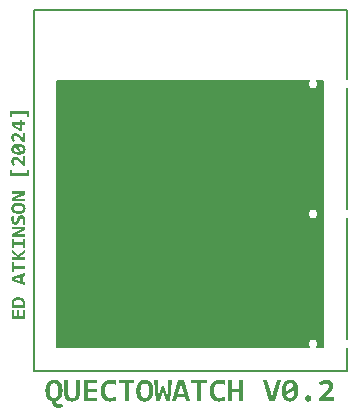
<source format=gbr>
%TF.GenerationSoftware,KiCad,Pcbnew,7.0.1*%
%TF.CreationDate,2024-04-01T23:51:06+01:00*%
%TF.ProjectId,Hardware,48617264-7761-4726-952e-6b696361645f,rev?*%
%TF.SameCoordinates,Original*%
%TF.FileFunction,Legend,Top*%
%TF.FilePolarity,Positive*%
%FSLAX46Y46*%
G04 Gerber Fmt 4.6, Leading zero omitted, Abs format (unit mm)*
G04 Created by KiCad (PCBNEW 7.0.1) date 2024-04-01 23:51:06*
%MOMM*%
%LPD*%
G01*
G04 APERTURE LIST*
%ADD10C,0.150000*%
%ADD11C,0.200000*%
%ADD12C,0.240000*%
%ADD13C,0.750000*%
%ADD14C,0.650000*%
%ADD15O,1.000000X1.800000*%
%ADD16O,1.000000X2.100000*%
G04 APERTURE END LIST*
D10*
X181500000Y-64000000D02*
X208000000Y-64000000D01*
X208000000Y-94500000D01*
X181500000Y-94500000D01*
X181500000Y-64000000D01*
X183500000Y-70000000D02*
X206000000Y-70000000D01*
X206000000Y-92500000D01*
X183500000Y-92500000D01*
X183500000Y-70000000D01*
G36*
X183500000Y-70000000D02*
G01*
X206000000Y-70000000D01*
X206000000Y-92500000D01*
X183500000Y-92500000D01*
X183500000Y-70000000D01*
G37*
D11*
G36*
X183254477Y-95266966D02*
G01*
X183276126Y-95267641D01*
X183297430Y-95268767D01*
X183318389Y-95270343D01*
X183339004Y-95272370D01*
X183359275Y-95274846D01*
X183379201Y-95277774D01*
X183398783Y-95281151D01*
X183418021Y-95284979D01*
X183455463Y-95293985D01*
X183491526Y-95304793D01*
X183526213Y-95317402D01*
X183559521Y-95331812D01*
X183591452Y-95348024D01*
X183622006Y-95366037D01*
X183651181Y-95385851D01*
X183678979Y-95407466D01*
X183705399Y-95430883D01*
X183730442Y-95456101D01*
X183754107Y-95483121D01*
X183765422Y-95497306D01*
X183787072Y-95526863D01*
X183807325Y-95558015D01*
X183826182Y-95590763D01*
X183843641Y-95625106D01*
X183851847Y-95642876D01*
X183859704Y-95661044D01*
X183867212Y-95679611D01*
X183874370Y-95698577D01*
X183881179Y-95717942D01*
X183887639Y-95737706D01*
X183893750Y-95757868D01*
X183899512Y-95778429D01*
X183904924Y-95799389D01*
X183909987Y-95820748D01*
X183914702Y-95842506D01*
X183919066Y-95864662D01*
X183923082Y-95887218D01*
X183926749Y-95910172D01*
X183930066Y-95933525D01*
X183933034Y-95957276D01*
X183935653Y-95981427D01*
X183937923Y-96005976D01*
X183939843Y-96030924D01*
X183941415Y-96056271D01*
X183942637Y-96082017D01*
X183943510Y-96108161D01*
X183944034Y-96134704D01*
X183944208Y-96161646D01*
X183944042Y-96187410D01*
X183943544Y-96212800D01*
X183942714Y-96237816D01*
X183941552Y-96262458D01*
X183940058Y-96286725D01*
X183938232Y-96310619D01*
X183936074Y-96334139D01*
X183933584Y-96357285D01*
X183930761Y-96380057D01*
X183927607Y-96402455D01*
X183924121Y-96424478D01*
X183920303Y-96446128D01*
X183916153Y-96467404D01*
X183911670Y-96488306D01*
X183906856Y-96508834D01*
X183901710Y-96528988D01*
X183896260Y-96548775D01*
X183890536Y-96568204D01*
X183884537Y-96587274D01*
X183878263Y-96605985D01*
X183868336Y-96633380D01*
X183857792Y-96659967D01*
X183846629Y-96685747D01*
X183834848Y-96710720D01*
X183822449Y-96734885D01*
X183809432Y-96758244D01*
X183795796Y-96780795D01*
X183781542Y-96802540D01*
X183766730Y-96823485D01*
X183751420Y-96843641D01*
X183735612Y-96863007D01*
X183719306Y-96881583D01*
X183702502Y-96899369D01*
X183685200Y-96916364D01*
X183667400Y-96932570D01*
X183649102Y-96947986D01*
X183630306Y-96962612D01*
X183611011Y-96976448D01*
X183597872Y-96985233D01*
X183577925Y-96997770D01*
X183557652Y-97009551D01*
X183537052Y-97020576D01*
X183516127Y-97030846D01*
X183494875Y-97040360D01*
X183473297Y-97049118D01*
X183451392Y-97057121D01*
X183429161Y-97064368D01*
X183406604Y-97070859D01*
X183383720Y-97076595D01*
X183368284Y-97080000D01*
X183371314Y-97100653D01*
X183374787Y-97120361D01*
X183379750Y-97143664D01*
X183385405Y-97165488D01*
X183391752Y-97185834D01*
X183398791Y-97204701D01*
X183404920Y-97218729D01*
X183414772Y-97238439D01*
X183425276Y-97256534D01*
X183436433Y-97273014D01*
X183450274Y-97290201D01*
X183465004Y-97305191D01*
X183480672Y-97318148D01*
X183496900Y-97329234D01*
X183516134Y-97339614D01*
X183536101Y-97347552D01*
X183541207Y-97349155D01*
X183562121Y-97354498D01*
X183583339Y-97358314D01*
X183604863Y-97360604D01*
X183626692Y-97361367D01*
X183648823Y-97360491D01*
X183670885Y-97357864D01*
X183692878Y-97353485D01*
X183714803Y-97347354D01*
X183736659Y-97339471D01*
X183743929Y-97336454D01*
X183761961Y-97328204D01*
X183779421Y-97319024D01*
X183796308Y-97308913D01*
X183812622Y-97297872D01*
X183828365Y-97285901D01*
X183843534Y-97272999D01*
X183849442Y-97267578D01*
X184004780Y-97495212D01*
X183988427Y-97508376D01*
X183971790Y-97520938D01*
X183954870Y-97532899D01*
X183937667Y-97544259D01*
X183920180Y-97555018D01*
X183902410Y-97565176D01*
X183884357Y-97574733D01*
X183866020Y-97583689D01*
X183847400Y-97592044D01*
X183828496Y-97599798D01*
X183815736Y-97604633D01*
X183796585Y-97611442D01*
X183777417Y-97617582D01*
X183758232Y-97623052D01*
X183739029Y-97627851D01*
X183719809Y-97631982D01*
X183700572Y-97635442D01*
X183674896Y-97639014D01*
X183649190Y-97641396D01*
X183623452Y-97642586D01*
X183610572Y-97642735D01*
X183586537Y-97642439D01*
X183562974Y-97641550D01*
X183539883Y-97640069D01*
X183517264Y-97637995D01*
X183495118Y-97635329D01*
X183473443Y-97632070D01*
X183452242Y-97628219D01*
X183431512Y-97623776D01*
X183411255Y-97618740D01*
X183391469Y-97613111D01*
X183378542Y-97609030D01*
X183359661Y-97602484D01*
X183341304Y-97595302D01*
X183317643Y-97584739D01*
X183294913Y-97573046D01*
X183273115Y-97560223D01*
X183252247Y-97546271D01*
X183232311Y-97531189D01*
X183213306Y-97514977D01*
X183204152Y-97506448D01*
X183186582Y-97488534D01*
X183170019Y-97469475D01*
X183154464Y-97449272D01*
X183139916Y-97427923D01*
X183129667Y-97411161D01*
X183119984Y-97393754D01*
X183110868Y-97375704D01*
X183102318Y-97357009D01*
X183094336Y-97337670D01*
X183091801Y-97331081D01*
X183084682Y-97310862D01*
X183078165Y-97289957D01*
X183072249Y-97268364D01*
X183066934Y-97246085D01*
X183062220Y-97223118D01*
X183058107Y-97199465D01*
X183054595Y-97175124D01*
X183051684Y-97150097D01*
X183049374Y-97124383D01*
X183047665Y-97097982D01*
X183046860Y-97080000D01*
X183012906Y-97073040D01*
X182980044Y-97064742D01*
X182948274Y-97055104D01*
X182917594Y-97044126D01*
X182888007Y-97031809D01*
X182859510Y-97018153D01*
X182832106Y-97003157D01*
X182805792Y-96986821D01*
X182780570Y-96969146D01*
X182756440Y-96950131D01*
X182733401Y-96929777D01*
X182711453Y-96908083D01*
X182690597Y-96885050D01*
X182670833Y-96860677D01*
X182652160Y-96834965D01*
X182634578Y-96807913D01*
X182618134Y-96779485D01*
X182602750Y-96749768D01*
X182588428Y-96718761D01*
X182575166Y-96686463D01*
X182562965Y-96652876D01*
X182551826Y-96617999D01*
X182541747Y-96581832D01*
X182532729Y-96544375D01*
X182528618Y-96525163D01*
X182524772Y-96505628D01*
X182521191Y-96485771D01*
X182517876Y-96465591D01*
X182514826Y-96445089D01*
X182512041Y-96424265D01*
X182509521Y-96403118D01*
X182507266Y-96381648D01*
X182505277Y-96359856D01*
X182503553Y-96337742D01*
X182502094Y-96315305D01*
X182500901Y-96292545D01*
X182499973Y-96269463D01*
X182499309Y-96246059D01*
X182498912Y-96222332D01*
X182498779Y-96198283D01*
X182498906Y-96181186D01*
X182855862Y-96181186D01*
X182856198Y-96219173D01*
X182857205Y-96255955D01*
X182858885Y-96291530D01*
X182861235Y-96325900D01*
X182864258Y-96359063D01*
X182867952Y-96391021D01*
X182872318Y-96421773D01*
X182877355Y-96451318D01*
X182883065Y-96479658D01*
X182889445Y-96506792D01*
X182896498Y-96532720D01*
X182904222Y-96557442D01*
X182912618Y-96580958D01*
X182921686Y-96603268D01*
X182931425Y-96624372D01*
X182941836Y-96644270D01*
X182953002Y-96662962D01*
X182965008Y-96680449D01*
X182977854Y-96696729D01*
X182991539Y-96711803D01*
X183006064Y-96725672D01*
X183021428Y-96738334D01*
X183037632Y-96749791D01*
X183054676Y-96760041D01*
X183072559Y-96769086D01*
X183091282Y-96776925D01*
X183110844Y-96783557D01*
X183131246Y-96788984D01*
X183152487Y-96793205D01*
X183174568Y-96796220D01*
X183197489Y-96798029D01*
X183221249Y-96798632D01*
X183245231Y-96798014D01*
X183268327Y-96796159D01*
X183290538Y-96793068D01*
X183311863Y-96788740D01*
X183332304Y-96783176D01*
X183351858Y-96776375D01*
X183370528Y-96768338D01*
X183388311Y-96759064D01*
X183405256Y-96748592D01*
X183421406Y-96736960D01*
X183436763Y-96724168D01*
X183451326Y-96710216D01*
X183465095Y-96695103D01*
X183478071Y-96678831D01*
X183490252Y-96661398D01*
X183501640Y-96642805D01*
X183512379Y-96623082D01*
X183522370Y-96602260D01*
X183531613Y-96580340D01*
X183540108Y-96557320D01*
X183547855Y-96533201D01*
X183553175Y-96514390D01*
X183558074Y-96494962D01*
X183562552Y-96474915D01*
X183566609Y-96454249D01*
X183570275Y-96432896D01*
X183573581Y-96410967D01*
X183576526Y-96388463D01*
X183579111Y-96365383D01*
X183581335Y-96341728D01*
X183583198Y-96317498D01*
X183584701Y-96292693D01*
X183585843Y-96267312D01*
X183586624Y-96241356D01*
X183587045Y-96214825D01*
X183587125Y-96196817D01*
X183586797Y-96158540D01*
X183585812Y-96121499D01*
X183584171Y-96085695D01*
X183581874Y-96051127D01*
X183578920Y-96017795D01*
X183575310Y-95985700D01*
X183571043Y-95954841D01*
X183566120Y-95925219D01*
X183560541Y-95896834D01*
X183554305Y-95869685D01*
X183547413Y-95843772D01*
X183539864Y-95819096D01*
X183531659Y-95795656D01*
X183522798Y-95773453D01*
X183513280Y-95752486D01*
X183503106Y-95732756D01*
X183492239Y-95714182D01*
X183480521Y-95696806D01*
X183467952Y-95680629D01*
X183454532Y-95665650D01*
X183440261Y-95651870D01*
X183425139Y-95639287D01*
X183409166Y-95627903D01*
X183392341Y-95617718D01*
X183374666Y-95608730D01*
X183356140Y-95600941D01*
X183336763Y-95594350D01*
X183316535Y-95588958D01*
X183295455Y-95584764D01*
X183273525Y-95581768D01*
X183250744Y-95579971D01*
X183227111Y-95579371D01*
X183203114Y-95579990D01*
X183179972Y-95581844D01*
X183157685Y-95584936D01*
X183136253Y-95589263D01*
X183115675Y-95594827D01*
X183095953Y-95601628D01*
X183077085Y-95609665D01*
X183059072Y-95618939D01*
X183041990Y-95629418D01*
X183025672Y-95641073D01*
X183010117Y-95653904D01*
X182995325Y-95667909D01*
X182981296Y-95683091D01*
X182968031Y-95699447D01*
X182955528Y-95716979D01*
X182943789Y-95735687D01*
X182932806Y-95755532D01*
X182922571Y-95776475D01*
X182913084Y-95798518D01*
X182904344Y-95821660D01*
X182896353Y-95845901D01*
X182890850Y-95864804D01*
X182885768Y-95884324D01*
X182881107Y-95904462D01*
X182876867Y-95925219D01*
X182873113Y-95946477D01*
X182869729Y-95968301D01*
X182866713Y-95990693D01*
X182864067Y-96013650D01*
X182861790Y-96037175D01*
X182859883Y-96061266D01*
X182858344Y-96085924D01*
X182857175Y-96111149D01*
X182856375Y-96136941D01*
X182855944Y-96163299D01*
X182855862Y-96181186D01*
X182498906Y-96181186D01*
X182499000Y-96168613D01*
X182499664Y-96139443D01*
X182500771Y-96110773D01*
X182502321Y-96082603D01*
X182504313Y-96054933D01*
X182506747Y-96027763D01*
X182509625Y-96001093D01*
X182512945Y-95974923D01*
X182516708Y-95949252D01*
X182520914Y-95924082D01*
X182525562Y-95899412D01*
X182530653Y-95875241D01*
X182536186Y-95851571D01*
X182542163Y-95828400D01*
X182548582Y-95805729D01*
X182555443Y-95783558D01*
X182562753Y-95761876D01*
X182570396Y-95740671D01*
X182578370Y-95719943D01*
X182586676Y-95699692D01*
X182595314Y-95679917D01*
X182604284Y-95660620D01*
X182613587Y-95641800D01*
X182623221Y-95623457D01*
X182633187Y-95605591D01*
X182643485Y-95588202D01*
X182654116Y-95571290D01*
X182665078Y-95554856D01*
X182676372Y-95538898D01*
X182693936Y-95515855D01*
X182712247Y-95493886D01*
X182731232Y-95472878D01*
X182750819Y-95452899D01*
X182771006Y-95433952D01*
X182791794Y-95416034D01*
X182813183Y-95399147D01*
X182835174Y-95383290D01*
X182857765Y-95368464D01*
X182880958Y-95354668D01*
X182904752Y-95341903D01*
X182929146Y-95330167D01*
X182945743Y-95322916D01*
X182971090Y-95312877D01*
X182996754Y-95303825D01*
X183022736Y-95295761D01*
X183049035Y-95288684D01*
X183075652Y-95282595D01*
X183102587Y-95277493D01*
X183129840Y-95273379D01*
X183157410Y-95270252D01*
X183185298Y-95268112D01*
X183213504Y-95266960D01*
X183232485Y-95266741D01*
X183254477Y-95266966D01*
G37*
G36*
X185413085Y-96423963D02*
G01*
X185412905Y-96445111D01*
X185412367Y-96465935D01*
X185411470Y-96486434D01*
X185410215Y-96506609D01*
X185408601Y-96526459D01*
X185406627Y-96545985D01*
X185402995Y-96574666D01*
X185398556Y-96602617D01*
X185393310Y-96629838D01*
X185387256Y-96656330D01*
X185380395Y-96682091D01*
X185372727Y-96707123D01*
X185367167Y-96723405D01*
X185358205Y-96747207D01*
X185348540Y-96770254D01*
X185338170Y-96792545D01*
X185327096Y-96814080D01*
X185315318Y-96834860D01*
X185302836Y-96854884D01*
X185289649Y-96874152D01*
X185275759Y-96892665D01*
X185261165Y-96910422D01*
X185245866Y-96927424D01*
X185235276Y-96938339D01*
X185218825Y-96954002D01*
X185201713Y-96968936D01*
X185183941Y-96983140D01*
X185165506Y-96996613D01*
X185146411Y-97009358D01*
X185126655Y-97021372D01*
X185106237Y-97032656D01*
X185085158Y-97043210D01*
X185063418Y-97053035D01*
X185041017Y-97062130D01*
X185025716Y-97067787D01*
X185002277Y-97075557D01*
X184978306Y-97082562D01*
X184953802Y-97088803D01*
X184928766Y-97094280D01*
X184903198Y-97098993D01*
X184877098Y-97102941D01*
X184850465Y-97106125D01*
X184823299Y-97108545D01*
X184795602Y-97110201D01*
X184767371Y-97111093D01*
X184748256Y-97111263D01*
X184726833Y-97111093D01*
X184705796Y-97110583D01*
X184685144Y-97109734D01*
X184664877Y-97108545D01*
X184644996Y-97107017D01*
X184625501Y-97105149D01*
X184596980Y-97101710D01*
X184569327Y-97097507D01*
X184542541Y-97092539D01*
X184516622Y-97086808D01*
X184491570Y-97080312D01*
X184467386Y-97073052D01*
X184451745Y-97067787D01*
X184428980Y-97059214D01*
X184407031Y-97049979D01*
X184385898Y-97040082D01*
X184365581Y-97029525D01*
X184346079Y-97018307D01*
X184327393Y-97006427D01*
X184309522Y-96993886D01*
X184292468Y-96980684D01*
X184276229Y-96966821D01*
X184260806Y-96952297D01*
X184250977Y-96942247D01*
X184236967Y-96926550D01*
X184223695Y-96910235D01*
X184211161Y-96893303D01*
X184199366Y-96875751D01*
X184188309Y-96857582D01*
X184177991Y-96838794D01*
X184168411Y-96819389D01*
X184159569Y-96799364D01*
X184151466Y-96778722D01*
X184144102Y-96757462D01*
X184139602Y-96742944D01*
X184133492Y-96720714D01*
X184127982Y-96697985D01*
X184123073Y-96674758D01*
X184118765Y-96651033D01*
X184115059Y-96626810D01*
X184111953Y-96602089D01*
X184109449Y-96576870D01*
X184107546Y-96551153D01*
X184106243Y-96524938D01*
X184105542Y-96498224D01*
X184105408Y-96480139D01*
X184105408Y-95298004D01*
X184443441Y-95298004D01*
X184443441Y-96456203D01*
X184443685Y-96478239D01*
X184444418Y-96499648D01*
X184445639Y-96520432D01*
X184447348Y-96540589D01*
X184449547Y-96560121D01*
X184452981Y-96583656D01*
X184457179Y-96606212D01*
X184459072Y-96614961D01*
X184464670Y-96636125D01*
X184471389Y-96656263D01*
X184479229Y-96675375D01*
X184488190Y-96693462D01*
X184498273Y-96710524D01*
X184509476Y-96726559D01*
X184514271Y-96732686D01*
X184529630Y-96749980D01*
X184546397Y-96765590D01*
X184564572Y-96779518D01*
X184584155Y-96791762D01*
X184601550Y-96800681D01*
X184612457Y-96805471D01*
X184631655Y-96812507D01*
X184652308Y-96818351D01*
X184674417Y-96823002D01*
X184697980Y-96826460D01*
X184717878Y-96828368D01*
X184738707Y-96829513D01*
X184760468Y-96829895D01*
X184781061Y-96829567D01*
X184800829Y-96828582D01*
X184824380Y-96826428D01*
X184846644Y-96823249D01*
X184867619Y-96819044D01*
X184887306Y-96813813D01*
X184902129Y-96808890D01*
X184923057Y-96800103D01*
X184942612Y-96789496D01*
X184960793Y-96777068D01*
X184977600Y-96762820D01*
X184993033Y-96746751D01*
X184997872Y-96740990D01*
X185011656Y-96722478D01*
X185022094Y-96705633D01*
X185031577Y-96687501D01*
X185040107Y-96668081D01*
X185047682Y-96647373D01*
X185054303Y-96625377D01*
X185055513Y-96620823D01*
X185061142Y-96597021D01*
X185064958Y-96576898D01*
X185068164Y-96555813D01*
X185070759Y-96533766D01*
X185072744Y-96510758D01*
X185074118Y-96486788D01*
X185074881Y-96461856D01*
X185075053Y-96442526D01*
X185075053Y-95298004D01*
X185413085Y-95298004D01*
X185413085Y-96423963D01*
G37*
G36*
X185776518Y-97080000D02*
G01*
X185776518Y-95298004D01*
X186857537Y-95298004D01*
X186857537Y-95579371D01*
X186119923Y-95579371D01*
X186119923Y-96017055D01*
X186823343Y-96017055D01*
X186823343Y-96298422D01*
X186119923Y-96298422D01*
X186119923Y-96798632D01*
X186857537Y-96798632D01*
X186857537Y-97080000D01*
X185776518Y-97080000D01*
G37*
G36*
X188440719Y-97017473D02*
G01*
X188418348Y-97026143D01*
X188396114Y-97034383D01*
X188374018Y-97042194D01*
X188352059Y-97049576D01*
X188330237Y-97056528D01*
X188308553Y-97063051D01*
X188287006Y-97069145D01*
X188265597Y-97074809D01*
X188244325Y-97080044D01*
X188223190Y-97084850D01*
X188209177Y-97087815D01*
X188188121Y-97092006D01*
X188166902Y-97095784D01*
X188145520Y-97099150D01*
X188123974Y-97102103D01*
X188102266Y-97104645D01*
X188080394Y-97106775D01*
X188058359Y-97108492D01*
X188036161Y-97109797D01*
X188013800Y-97110690D01*
X187991276Y-97111171D01*
X187976169Y-97111263D01*
X187952163Y-97111041D01*
X187928504Y-97110377D01*
X187905192Y-97109270D01*
X187882227Y-97107721D01*
X187859610Y-97105729D01*
X187837340Y-97103294D01*
X187815417Y-97100417D01*
X187793842Y-97097096D01*
X187772614Y-97093334D01*
X187751733Y-97089128D01*
X187731199Y-97084480D01*
X187711013Y-97079389D01*
X187691174Y-97073855D01*
X187671682Y-97067879D01*
X187652538Y-97061460D01*
X187633741Y-97054598D01*
X187615298Y-97047239D01*
X187597219Y-97039448D01*
X187570779Y-97026953D01*
X187545155Y-97013487D01*
X187520347Y-96999052D01*
X187496354Y-96983646D01*
X187473177Y-96967270D01*
X187450816Y-96949923D01*
X187429271Y-96931606D01*
X187408541Y-96912319D01*
X187388627Y-96892062D01*
X187382170Y-96885094D01*
X187363457Y-96863460D01*
X187345603Y-96840872D01*
X187328607Y-96817332D01*
X187312470Y-96792839D01*
X187302189Y-96775980D01*
X187292289Y-96758698D01*
X187282771Y-96740992D01*
X187273635Y-96722863D01*
X187264881Y-96704310D01*
X187256508Y-96685334D01*
X187248516Y-96665933D01*
X187240907Y-96646110D01*
X187233678Y-96625862D01*
X187226832Y-96605191D01*
X187220444Y-96584099D01*
X187214467Y-96562586D01*
X187208903Y-96540654D01*
X187203751Y-96518302D01*
X187199011Y-96495530D01*
X187194684Y-96472339D01*
X187190768Y-96448727D01*
X187187265Y-96424696D01*
X187184174Y-96400245D01*
X187181494Y-96375374D01*
X187179228Y-96350084D01*
X187177373Y-96324373D01*
X187175930Y-96298243D01*
X187174900Y-96271693D01*
X187174282Y-96244723D01*
X187174076Y-96217334D01*
X187174301Y-96189198D01*
X187174976Y-96161456D01*
X187176102Y-96134106D01*
X187177678Y-96107150D01*
X187179705Y-96080586D01*
X187182181Y-96054416D01*
X187185109Y-96028639D01*
X187188486Y-96003255D01*
X187192314Y-95978264D01*
X187196592Y-95953666D01*
X187201320Y-95929461D01*
X187206499Y-95905649D01*
X187212128Y-95882231D01*
X187218207Y-95859205D01*
X187224737Y-95836573D01*
X187231717Y-95814333D01*
X187239115Y-95792445D01*
X187246898Y-95770988D01*
X187255067Y-95749962D01*
X187263621Y-95729367D01*
X187272561Y-95709204D01*
X187281886Y-95689472D01*
X187291596Y-95670171D01*
X187301692Y-95651301D01*
X187312174Y-95632863D01*
X187323041Y-95614855D01*
X187334293Y-95597279D01*
X187345931Y-95580135D01*
X187357954Y-95563421D01*
X187370363Y-95547139D01*
X187383157Y-95531288D01*
X187396337Y-95515868D01*
X187409947Y-95500891D01*
X187423913Y-95486368D01*
X187438234Y-95472300D01*
X187452909Y-95458685D01*
X187467940Y-95445524D01*
X187483325Y-95432818D01*
X187499066Y-95420566D01*
X187515161Y-95408768D01*
X187531611Y-95397424D01*
X187548416Y-95386534D01*
X187565576Y-95376098D01*
X187583091Y-95366117D01*
X187600961Y-95356590D01*
X187619185Y-95347516D01*
X187637765Y-95338897D01*
X187656699Y-95330732D01*
X187676019Y-95322983D01*
X187695633Y-95315734D01*
X187715541Y-95308985D01*
X187735743Y-95302736D01*
X187756238Y-95296987D01*
X187777027Y-95291737D01*
X187798110Y-95286988D01*
X187819487Y-95282739D01*
X187841158Y-95278989D01*
X187863123Y-95275739D01*
X187885381Y-95272990D01*
X187907934Y-95270740D01*
X187930780Y-95268990D01*
X187953920Y-95267740D01*
X187977354Y-95266991D01*
X188001082Y-95266741D01*
X188024071Y-95266844D01*
X188046511Y-95267153D01*
X188068401Y-95267668D01*
X188089742Y-95268389D01*
X188110533Y-95269317D01*
X188117341Y-95269672D01*
X188137606Y-95270759D01*
X188157733Y-95272190D01*
X188177723Y-95273965D01*
X188197575Y-95276083D01*
X188217290Y-95278544D01*
X188223831Y-95279441D01*
X188243466Y-95282361D01*
X188263170Y-95285624D01*
X188282942Y-95289230D01*
X188302783Y-95293180D01*
X188322692Y-95297473D01*
X188329344Y-95298981D01*
X188349632Y-95303617D01*
X188370194Y-95308735D01*
X188391031Y-95314334D01*
X188412143Y-95320413D01*
X188433529Y-95326973D01*
X188440719Y-95329267D01*
X188440719Y-95673161D01*
X188418923Y-95663893D01*
X188397316Y-95655140D01*
X188375898Y-95646903D01*
X188354669Y-95639180D01*
X188333629Y-95631973D01*
X188312778Y-95625281D01*
X188292115Y-95619105D01*
X188271642Y-95613443D01*
X188251357Y-95608297D01*
X188231262Y-95603666D01*
X188217970Y-95600865D01*
X188198353Y-95597024D01*
X188179072Y-95593560D01*
X188153884Y-95589530D01*
X188129292Y-95586172D01*
X188105295Y-95583485D01*
X188081894Y-95581470D01*
X188059088Y-95580127D01*
X188036877Y-95579455D01*
X188025995Y-95579371D01*
X188002324Y-95579771D01*
X187979306Y-95580969D01*
X187956941Y-95582965D01*
X187935228Y-95585760D01*
X187914168Y-95589353D01*
X187893760Y-95593746D01*
X187874005Y-95598936D01*
X187854903Y-95604925D01*
X187836453Y-95611713D01*
X187812868Y-95622006D01*
X187807153Y-95624801D01*
X187785057Y-95636608D01*
X187763953Y-95649561D01*
X187743841Y-95663658D01*
X187724721Y-95678900D01*
X187706594Y-95695288D01*
X187689459Y-95712820D01*
X187673316Y-95731497D01*
X187658165Y-95751318D01*
X187644106Y-95772194D01*
X187630993Y-95794030D01*
X187618827Y-95816829D01*
X187610323Y-95834559D01*
X187602352Y-95852830D01*
X187594913Y-95871642D01*
X187588006Y-95890995D01*
X187581632Y-95910889D01*
X187575790Y-95931323D01*
X187572191Y-95945247D01*
X187567303Y-95966511D01*
X187562895Y-95988169D01*
X187558968Y-96010223D01*
X187555522Y-96032671D01*
X187552557Y-96055514D01*
X187550072Y-96078753D01*
X187548069Y-96102386D01*
X187546546Y-96126414D01*
X187545504Y-96150838D01*
X187544943Y-96175656D01*
X187544836Y-96192421D01*
X187545081Y-96218904D01*
X187545815Y-96244863D01*
X187547039Y-96270298D01*
X187548752Y-96295209D01*
X187550954Y-96319597D01*
X187553646Y-96343460D01*
X187556828Y-96366800D01*
X187560498Y-96389617D01*
X187564659Y-96411909D01*
X187569308Y-96433678D01*
X187572680Y-96447899D01*
X187578263Y-96468664D01*
X187584386Y-96488829D01*
X187591051Y-96508392D01*
X187598257Y-96527354D01*
X187606003Y-96545715D01*
X187614291Y-96563475D01*
X187626182Y-96586221D01*
X187639036Y-96607897D01*
X187652851Y-96628505D01*
X187660119Y-96638408D01*
X187675407Y-96657368D01*
X187691718Y-96675167D01*
X187709051Y-96691806D01*
X187727408Y-96707285D01*
X187746787Y-96721604D01*
X187767189Y-96734762D01*
X187788613Y-96746761D01*
X187811061Y-96757599D01*
X187834676Y-96767216D01*
X187859360Y-96775551D01*
X187878574Y-96780960D01*
X187898389Y-96785649D01*
X187918805Y-96789616D01*
X187939823Y-96792862D01*
X187961441Y-96795386D01*
X187983660Y-96797189D01*
X188006481Y-96798271D01*
X188029903Y-96798632D01*
X188050128Y-96798258D01*
X188071056Y-96797136D01*
X188092684Y-96795266D01*
X188115014Y-96792648D01*
X188128088Y-96790816D01*
X188147923Y-96787713D01*
X188167862Y-96784267D01*
X188187903Y-96780478D01*
X188208047Y-96776345D01*
X188228295Y-96771868D01*
X188235067Y-96770300D01*
X188255514Y-96765382D01*
X188275825Y-96760156D01*
X188295997Y-96754620D01*
X188316033Y-96748776D01*
X188335931Y-96742622D01*
X188342533Y-96740502D01*
X188362059Y-96733890D01*
X188381070Y-96727244D01*
X188399566Y-96720564D01*
X188420493Y-96712726D01*
X188440719Y-96704842D01*
X188440719Y-97017473D01*
G37*
G36*
X189545674Y-95579371D02*
G01*
X189545674Y-97080000D01*
X189199337Y-97080000D01*
X189199337Y-95579371D01*
X188707432Y-95579371D01*
X188707432Y-95298004D01*
X190037579Y-95298004D01*
X190037579Y-95579371D01*
X189545674Y-95579371D01*
G37*
G36*
X190943242Y-95266969D02*
G01*
X190964891Y-95267653D01*
X190986195Y-95268793D01*
X191007154Y-95270389D01*
X191027769Y-95272441D01*
X191048040Y-95274949D01*
X191067966Y-95277914D01*
X191087548Y-95281334D01*
X191106786Y-95285211D01*
X191144227Y-95294331D01*
X191180291Y-95305277D01*
X191214978Y-95318046D01*
X191248286Y-95332639D01*
X191280217Y-95349057D01*
X191310770Y-95367299D01*
X191339946Y-95387365D01*
X191367744Y-95409255D01*
X191394164Y-95432970D01*
X191419207Y-95458508D01*
X191442871Y-95485871D01*
X191454187Y-95500237D01*
X191475837Y-95530200D01*
X191496090Y-95561839D01*
X191514946Y-95595154D01*
X191532406Y-95630143D01*
X191540612Y-95648267D01*
X191548469Y-95666808D01*
X191555976Y-95685769D01*
X191563135Y-95705149D01*
X191569944Y-95724947D01*
X191576404Y-95745165D01*
X191582515Y-95765801D01*
X191588277Y-95786856D01*
X191593689Y-95808330D01*
X191598752Y-95830222D01*
X191603466Y-95852534D01*
X191607831Y-95875264D01*
X191611847Y-95898413D01*
X191615513Y-95921981D01*
X191618831Y-95945968D01*
X191621799Y-95970374D01*
X191624418Y-95995198D01*
X191626688Y-96020442D01*
X191628608Y-96046104D01*
X191630179Y-96072185D01*
X191631402Y-96098685D01*
X191632275Y-96125603D01*
X191632798Y-96152941D01*
X191632973Y-96180697D01*
X191632750Y-96210785D01*
X191632080Y-96240354D01*
X191630964Y-96269403D01*
X191629401Y-96297934D01*
X191627392Y-96325946D01*
X191624936Y-96353438D01*
X191622034Y-96380412D01*
X191618685Y-96406866D01*
X191614889Y-96432802D01*
X191610648Y-96458218D01*
X191605959Y-96483116D01*
X191600825Y-96507494D01*
X191595243Y-96531354D01*
X191589215Y-96554694D01*
X191582741Y-96577516D01*
X191575820Y-96599818D01*
X191568569Y-96621556D01*
X191560982Y-96642805D01*
X191553060Y-96663565D01*
X191544801Y-96683838D01*
X191536207Y-96703621D01*
X191527277Y-96722916D01*
X191518011Y-96741723D01*
X191508409Y-96760041D01*
X191498472Y-96777871D01*
X191488198Y-96795212D01*
X191477589Y-96812065D01*
X191466644Y-96828429D01*
X191449596Y-96852060D01*
X191431793Y-96874591D01*
X191419505Y-96889002D01*
X191400515Y-96909736D01*
X191380916Y-96929439D01*
X191360708Y-96948112D01*
X191339889Y-96965755D01*
X191318461Y-96982367D01*
X191296424Y-96997949D01*
X191273776Y-97012501D01*
X191250519Y-97026022D01*
X191226653Y-97038513D01*
X191202176Y-97049973D01*
X191185520Y-97057041D01*
X191160261Y-97066731D01*
X191134676Y-97075468D01*
X191108764Y-97083251D01*
X191082526Y-97090082D01*
X191055962Y-97095960D01*
X191029071Y-97100884D01*
X191001854Y-97104856D01*
X190974311Y-97107874D01*
X190946442Y-97109939D01*
X190918246Y-97111051D01*
X190899267Y-97111263D01*
X190877274Y-97111034D01*
X190855624Y-97110349D01*
X190834318Y-97109206D01*
X190813355Y-97107607D01*
X190792736Y-97105550D01*
X190772460Y-97103037D01*
X190752527Y-97100066D01*
X190732938Y-97096639D01*
X190713693Y-97092754D01*
X190676232Y-97083614D01*
X190640145Y-97072646D01*
X190605432Y-97059850D01*
X190572093Y-97045226D01*
X190540127Y-97028774D01*
X190509536Y-97010494D01*
X190480319Y-96990386D01*
X190452475Y-96968450D01*
X190426005Y-96944686D01*
X190400909Y-96919094D01*
X190377187Y-96891673D01*
X190365841Y-96877278D01*
X190344250Y-96847202D01*
X190324053Y-96815469D01*
X190305248Y-96782080D01*
X190287836Y-96747035D01*
X190279652Y-96728892D01*
X190271817Y-96710334D01*
X190264330Y-96691362D01*
X190257191Y-96671977D01*
X190250401Y-96652177D01*
X190243958Y-96631963D01*
X190237864Y-96611335D01*
X190232118Y-96590293D01*
X190226720Y-96568836D01*
X190221671Y-96546966D01*
X190216970Y-96524682D01*
X190212617Y-96501984D01*
X190208612Y-96478871D01*
X190204956Y-96455345D01*
X190201647Y-96431404D01*
X190198687Y-96407049D01*
X190196076Y-96382281D01*
X190193812Y-96357098D01*
X190191897Y-96331501D01*
X190190330Y-96305490D01*
X190189111Y-96279065D01*
X190188240Y-96252226D01*
X190187718Y-96224973D01*
X190187544Y-96197306D01*
X190187662Y-96181186D01*
X190544627Y-96181186D01*
X190544963Y-96219465D01*
X190545970Y-96256512D01*
X190547649Y-96292326D01*
X190550000Y-96326907D01*
X190553023Y-96360256D01*
X190556717Y-96392372D01*
X190561083Y-96423255D01*
X190566120Y-96452906D01*
X190571829Y-96481324D01*
X190578210Y-96508509D01*
X190585263Y-96534462D01*
X190592987Y-96559182D01*
X190601383Y-96582670D01*
X190610450Y-96604924D01*
X190620190Y-96625946D01*
X190630600Y-96645736D01*
X190641767Y-96664250D01*
X190653773Y-96681571D01*
X190666619Y-96697696D01*
X190680304Y-96712628D01*
X190694829Y-96726364D01*
X190710193Y-96738907D01*
X190726397Y-96750254D01*
X190743441Y-96760408D01*
X190761324Y-96769366D01*
X190780046Y-96777131D01*
X190799609Y-96783700D01*
X190820011Y-96789076D01*
X190841252Y-96793256D01*
X190863333Y-96796243D01*
X190886254Y-96798034D01*
X190910014Y-96798632D01*
X190933996Y-96798014D01*
X190957092Y-96796159D01*
X190979303Y-96793068D01*
X191000628Y-96788740D01*
X191021068Y-96783176D01*
X191040623Y-96776375D01*
X191059292Y-96768338D01*
X191077076Y-96759064D01*
X191094021Y-96748592D01*
X191110171Y-96736960D01*
X191125528Y-96724168D01*
X191140091Y-96710216D01*
X191153860Y-96695103D01*
X191166836Y-96678831D01*
X191179017Y-96661398D01*
X191190405Y-96642805D01*
X191201144Y-96623082D01*
X191211135Y-96602260D01*
X191220378Y-96580340D01*
X191228873Y-96557320D01*
X191236620Y-96533201D01*
X191241940Y-96514390D01*
X191246838Y-96494962D01*
X191251316Y-96474915D01*
X191255374Y-96454249D01*
X191259040Y-96432896D01*
X191262346Y-96410967D01*
X191265291Y-96388463D01*
X191267876Y-96365383D01*
X191270100Y-96341728D01*
X191271963Y-96317498D01*
X191273466Y-96292693D01*
X191274608Y-96267312D01*
X191275389Y-96241356D01*
X191275810Y-96214825D01*
X191275890Y-96196817D01*
X191275556Y-96158540D01*
X191274554Y-96121499D01*
X191272885Y-96085695D01*
X191270547Y-96051127D01*
X191267542Y-96017795D01*
X191263869Y-95985700D01*
X191259528Y-95954841D01*
X191254519Y-95925219D01*
X191248842Y-95896834D01*
X191242497Y-95869685D01*
X191235485Y-95843772D01*
X191227805Y-95819096D01*
X191219457Y-95795656D01*
X191210441Y-95773453D01*
X191200757Y-95752486D01*
X191190405Y-95732756D01*
X191179349Y-95714182D01*
X191167431Y-95696806D01*
X191154650Y-95680629D01*
X191141007Y-95665650D01*
X191126501Y-95651870D01*
X191111133Y-95639287D01*
X191094902Y-95627903D01*
X191077809Y-95617718D01*
X191059853Y-95608730D01*
X191041035Y-95600941D01*
X191021355Y-95594350D01*
X191000811Y-95588958D01*
X190979406Y-95584764D01*
X190957138Y-95581768D01*
X190934007Y-95579971D01*
X190910014Y-95579371D01*
X190886155Y-95579990D01*
X190863181Y-95581844D01*
X190841092Y-95584936D01*
X190819889Y-95589263D01*
X190799571Y-95594827D01*
X190780138Y-95601628D01*
X190761591Y-95609665D01*
X190743929Y-95618939D01*
X190727084Y-95629411D01*
X190710987Y-95641043D01*
X190695638Y-95653835D01*
X190681037Y-95667787D01*
X190667183Y-95682900D01*
X190654078Y-95699173D01*
X190641721Y-95716605D01*
X190630112Y-95735198D01*
X190619373Y-95754929D01*
X190609382Y-95775773D01*
X190600139Y-95797732D01*
X190591644Y-95820806D01*
X190583897Y-95844993D01*
X190578577Y-95863865D01*
X190573678Y-95883364D01*
X190569200Y-95903490D01*
X190565143Y-95924242D01*
X190561477Y-95945509D01*
X190558171Y-95967359D01*
X190555226Y-95989793D01*
X190552641Y-96012811D01*
X190550417Y-96036413D01*
X190548554Y-96060599D01*
X190547051Y-96085368D01*
X190545909Y-96110722D01*
X190545128Y-96136659D01*
X190544707Y-96163181D01*
X190544627Y-96181186D01*
X190187662Y-96181186D01*
X190187765Y-96167220D01*
X190188429Y-96137657D01*
X190189536Y-96108617D01*
X190191085Y-96080100D01*
X190193077Y-96052105D01*
X190195512Y-96024634D01*
X190198390Y-95997685D01*
X190201710Y-95971259D01*
X190205473Y-95945356D01*
X190209678Y-95919976D01*
X190214327Y-95895118D01*
X190219418Y-95870784D01*
X190224951Y-95846972D01*
X190230927Y-95823683D01*
X190237346Y-95800917D01*
X190244208Y-95778674D01*
X190251518Y-95756877D01*
X190259160Y-95735572D01*
X190267135Y-95714760D01*
X190275441Y-95694440D01*
X190284079Y-95674613D01*
X190293049Y-95655278D01*
X190302351Y-95636435D01*
X190311986Y-95618084D01*
X190321952Y-95600226D01*
X190332250Y-95582860D01*
X190342880Y-95565986D01*
X190353843Y-95549604D01*
X190370909Y-95525955D01*
X190388722Y-95503414D01*
X190401012Y-95489002D01*
X190419997Y-95468272D01*
X190439583Y-95448581D01*
X190459771Y-95429930D01*
X190480559Y-95412317D01*
X190501948Y-95395743D01*
X190523939Y-95380209D01*
X190546530Y-95365713D01*
X190569723Y-95352256D01*
X190593516Y-95339838D01*
X190617911Y-95328460D01*
X190634508Y-95321451D01*
X190659855Y-95311674D01*
X190685519Y-95302858D01*
X190711501Y-95295004D01*
X190737800Y-95288112D01*
X190764417Y-95282181D01*
X190791352Y-95277213D01*
X190818605Y-95273205D01*
X190846175Y-95270160D01*
X190874063Y-95268076D01*
X190902269Y-95266954D01*
X190921249Y-95266741D01*
X190943242Y-95266969D01*
G37*
G36*
X193075960Y-97080000D02*
G01*
X192678821Y-97080000D01*
X192501501Y-96503098D01*
X192437020Y-96268625D01*
X192374983Y-96508960D01*
X192200593Y-97080000D01*
X191820063Y-97080000D01*
X191719923Y-95298004D01*
X192017900Y-95298004D01*
X192060398Y-96438129D01*
X192071633Y-96749783D01*
X192152722Y-96481116D01*
X192350558Y-95829476D01*
X192563538Y-95829476D01*
X192772122Y-96530942D01*
X192839533Y-96746852D01*
X192844906Y-96469392D01*
X192890335Y-95298004D01*
X193177565Y-95298004D01*
X193075960Y-97080000D01*
G37*
G36*
X194753908Y-97080000D02*
G01*
X194380217Y-97080000D01*
X194281054Y-96736106D01*
X193654815Y-96736106D01*
X193553210Y-97080000D01*
X193217621Y-97080000D01*
X193404274Y-96454738D01*
X193735904Y-96454738D01*
X194205339Y-96454738D01*
X193971843Y-95603796D01*
X193735904Y-96454738D01*
X193404274Y-96454738D01*
X193749582Y-95298004D01*
X194221947Y-95298004D01*
X194753908Y-97080000D01*
G37*
G36*
X195696686Y-95579371D02*
G01*
X195696686Y-97080000D01*
X195350349Y-97080000D01*
X195350349Y-95579371D01*
X194858444Y-95579371D01*
X194858444Y-95298004D01*
X196188591Y-95298004D01*
X196188591Y-95579371D01*
X195696686Y-95579371D01*
G37*
G36*
X197667237Y-97017473D02*
G01*
X197644866Y-97026143D01*
X197622632Y-97034383D01*
X197600536Y-97042194D01*
X197578577Y-97049576D01*
X197556755Y-97056528D01*
X197535071Y-97063051D01*
X197513524Y-97069145D01*
X197492115Y-97074809D01*
X197470843Y-97080044D01*
X197449708Y-97084850D01*
X197435695Y-97087815D01*
X197414639Y-97092006D01*
X197393420Y-97095784D01*
X197372037Y-97099150D01*
X197350492Y-97102103D01*
X197328783Y-97104645D01*
X197306912Y-97106775D01*
X197284877Y-97108492D01*
X197262679Y-97109797D01*
X197240318Y-97110690D01*
X197217794Y-97111171D01*
X197202687Y-97111263D01*
X197178680Y-97111041D01*
X197155021Y-97110377D01*
X197131710Y-97109270D01*
X197108745Y-97107721D01*
X197086128Y-97105729D01*
X197063858Y-97103294D01*
X197041935Y-97100417D01*
X197020360Y-97097096D01*
X196999131Y-97093334D01*
X196978251Y-97089128D01*
X196957717Y-97084480D01*
X196937531Y-97079389D01*
X196917692Y-97073855D01*
X196898200Y-97067879D01*
X196879056Y-97061460D01*
X196860258Y-97054598D01*
X196841816Y-97047239D01*
X196823736Y-97039448D01*
X196797297Y-97026953D01*
X196771673Y-97013487D01*
X196746864Y-96999052D01*
X196722872Y-96983646D01*
X196699695Y-96967270D01*
X196677334Y-96949923D01*
X196655789Y-96931606D01*
X196635059Y-96912319D01*
X196615145Y-96892062D01*
X196608688Y-96885094D01*
X196589975Y-96863460D01*
X196572121Y-96840872D01*
X196555125Y-96817332D01*
X196538987Y-96792839D01*
X196528706Y-96775980D01*
X196518807Y-96758698D01*
X196509289Y-96740992D01*
X196500153Y-96722863D01*
X196491398Y-96704310D01*
X196483025Y-96685334D01*
X196475034Y-96665933D01*
X196467424Y-96646110D01*
X196460196Y-96625862D01*
X196453350Y-96605191D01*
X196446961Y-96584099D01*
X196440985Y-96562586D01*
X196435421Y-96540654D01*
X196430269Y-96518302D01*
X196425529Y-96495530D01*
X196421201Y-96472339D01*
X196417286Y-96448727D01*
X196413783Y-96424696D01*
X196410691Y-96400245D01*
X196408012Y-96375374D01*
X196405745Y-96350084D01*
X196403891Y-96324373D01*
X196402448Y-96298243D01*
X196401418Y-96271693D01*
X196400799Y-96244723D01*
X196400593Y-96217334D01*
X196400819Y-96189198D01*
X196401494Y-96161456D01*
X196402620Y-96134106D01*
X196404196Y-96107150D01*
X196406222Y-96080586D01*
X196408699Y-96054416D01*
X196411626Y-96028639D01*
X196415004Y-96003255D01*
X196418831Y-95978264D01*
X196423110Y-95953666D01*
X196427838Y-95929461D01*
X196433017Y-95905649D01*
X196438646Y-95882231D01*
X196444725Y-95859205D01*
X196451255Y-95836573D01*
X196458235Y-95814333D01*
X196465633Y-95792445D01*
X196473416Y-95770988D01*
X196481585Y-95749962D01*
X196490139Y-95729367D01*
X196499079Y-95709204D01*
X196508404Y-95689472D01*
X196518114Y-95670171D01*
X196528210Y-95651301D01*
X196538692Y-95632863D01*
X196549559Y-95614855D01*
X196560811Y-95597279D01*
X196572449Y-95580135D01*
X196584472Y-95563421D01*
X196596881Y-95547139D01*
X196609675Y-95531288D01*
X196622854Y-95515868D01*
X196636465Y-95500891D01*
X196650431Y-95486368D01*
X196664752Y-95472300D01*
X196679427Y-95458685D01*
X196694458Y-95445524D01*
X196709843Y-95432818D01*
X196725583Y-95420566D01*
X196741679Y-95408768D01*
X196758129Y-95397424D01*
X196774934Y-95386534D01*
X196792094Y-95376098D01*
X196809609Y-95366117D01*
X196827478Y-95356590D01*
X196845703Y-95347516D01*
X196864283Y-95338897D01*
X196883217Y-95330732D01*
X196902537Y-95322983D01*
X196922151Y-95315734D01*
X196942059Y-95308985D01*
X196962260Y-95302736D01*
X196982756Y-95296987D01*
X197003545Y-95291737D01*
X197024628Y-95286988D01*
X197046005Y-95282739D01*
X197067676Y-95278989D01*
X197089641Y-95275739D01*
X197111899Y-95272990D01*
X197134452Y-95270740D01*
X197157298Y-95268990D01*
X197180438Y-95267740D01*
X197203872Y-95266991D01*
X197227600Y-95266741D01*
X197250589Y-95266844D01*
X197273029Y-95267153D01*
X197294919Y-95267668D01*
X197316260Y-95268389D01*
X197337051Y-95269317D01*
X197343859Y-95269672D01*
X197364124Y-95270759D01*
X197384251Y-95272190D01*
X197404241Y-95273965D01*
X197424093Y-95276083D01*
X197443808Y-95278544D01*
X197450349Y-95279441D01*
X197469984Y-95282361D01*
X197489688Y-95285624D01*
X197509460Y-95289230D01*
X197529301Y-95293180D01*
X197549210Y-95297473D01*
X197555862Y-95298981D01*
X197576149Y-95303617D01*
X197596712Y-95308735D01*
X197617549Y-95314334D01*
X197638660Y-95320413D01*
X197660047Y-95326973D01*
X197667237Y-95329267D01*
X197667237Y-95673161D01*
X197645441Y-95663893D01*
X197623834Y-95655140D01*
X197602416Y-95646903D01*
X197581187Y-95639180D01*
X197560147Y-95631973D01*
X197539296Y-95625281D01*
X197518633Y-95619105D01*
X197498160Y-95613443D01*
X197477875Y-95608297D01*
X197457779Y-95603666D01*
X197444487Y-95600865D01*
X197424871Y-95597024D01*
X197405590Y-95593560D01*
X197380402Y-95589530D01*
X197355810Y-95586172D01*
X197331813Y-95583485D01*
X197308412Y-95581470D01*
X197285605Y-95580127D01*
X197263395Y-95579455D01*
X197252512Y-95579371D01*
X197228842Y-95579771D01*
X197205824Y-95580969D01*
X197183458Y-95582965D01*
X197161746Y-95585760D01*
X197140685Y-95589353D01*
X197120278Y-95593746D01*
X197100523Y-95598936D01*
X197081420Y-95604925D01*
X197062970Y-95611713D01*
X197039386Y-95622006D01*
X197033671Y-95624801D01*
X197011575Y-95636608D01*
X196990470Y-95649561D01*
X196970359Y-95663658D01*
X196951239Y-95678900D01*
X196933111Y-95695288D01*
X196915976Y-95712820D01*
X196899833Y-95731497D01*
X196884683Y-95751318D01*
X196870623Y-95772194D01*
X196857511Y-95794030D01*
X196845344Y-95816829D01*
X196836841Y-95834559D01*
X196828869Y-95852830D01*
X196821430Y-95871642D01*
X196814524Y-95890995D01*
X196808150Y-95910889D01*
X196802308Y-95931323D01*
X196798709Y-95945247D01*
X196793821Y-95966511D01*
X196789413Y-95988169D01*
X196785486Y-96010223D01*
X196782040Y-96032671D01*
X196779074Y-96055514D01*
X196776590Y-96078753D01*
X196774586Y-96102386D01*
X196773064Y-96126414D01*
X196772022Y-96150838D01*
X196771461Y-96175656D01*
X196771354Y-96192421D01*
X196771599Y-96218904D01*
X196772333Y-96244863D01*
X196773557Y-96270298D01*
X196775270Y-96295209D01*
X196777472Y-96319597D01*
X196780164Y-96343460D01*
X196783345Y-96366800D01*
X196787016Y-96389617D01*
X196791176Y-96411909D01*
X196795826Y-96433678D01*
X196799198Y-96447899D01*
X196804780Y-96468664D01*
X196810904Y-96488829D01*
X196817569Y-96508392D01*
X196824775Y-96527354D01*
X196832521Y-96545715D01*
X196840809Y-96563475D01*
X196852700Y-96586221D01*
X196865554Y-96607897D01*
X196879369Y-96628505D01*
X196886637Y-96638408D01*
X196901925Y-96657368D01*
X196918236Y-96675167D01*
X196935569Y-96691806D01*
X196953926Y-96707285D01*
X196973305Y-96721604D01*
X196993707Y-96734762D01*
X197015131Y-96746761D01*
X197037579Y-96757599D01*
X197061194Y-96767216D01*
X197085878Y-96775551D01*
X197105092Y-96780960D01*
X197124907Y-96785649D01*
X197145323Y-96789616D01*
X197166341Y-96792862D01*
X197187959Y-96795386D01*
X197210178Y-96797189D01*
X197232999Y-96798271D01*
X197256420Y-96798632D01*
X197276646Y-96798258D01*
X197297573Y-96797136D01*
X197319202Y-96795266D01*
X197341531Y-96792648D01*
X197354606Y-96790816D01*
X197374441Y-96787713D01*
X197394379Y-96784267D01*
X197414421Y-96780478D01*
X197434565Y-96776345D01*
X197454812Y-96771868D01*
X197461584Y-96770300D01*
X197482032Y-96765382D01*
X197502342Y-96760156D01*
X197522515Y-96754620D01*
X197542551Y-96748776D01*
X197562449Y-96742622D01*
X197569051Y-96740502D01*
X197588577Y-96733890D01*
X197607588Y-96727244D01*
X197626084Y-96720564D01*
X197647011Y-96712726D01*
X197667237Y-96704842D01*
X197667237Y-97017473D01*
G37*
G36*
X198904083Y-97080000D02*
G01*
X198904083Y-96298422D01*
X198293964Y-96298422D01*
X198293964Y-97080000D01*
X197955932Y-97080000D01*
X197955932Y-95298004D01*
X198293964Y-95298004D01*
X198293964Y-96017055D01*
X198904083Y-96017055D01*
X198904083Y-95298004D01*
X199242115Y-95298004D01*
X199242115Y-97080000D01*
X198904083Y-97080000D01*
G37*
G36*
X201897034Y-97080000D02*
G01*
X201449093Y-97080000D01*
X200901012Y-95298004D01*
X201284473Y-95298004D01*
X201587823Y-96371207D01*
X201685520Y-96722916D01*
X201787125Y-96350690D01*
X202088032Y-95298004D01*
X202448046Y-95298004D01*
X201897034Y-97080000D01*
G37*
G36*
X203260593Y-95267196D02*
G01*
X203287740Y-95268561D01*
X203314483Y-95270836D01*
X203340823Y-95274022D01*
X203366759Y-95278118D01*
X203392291Y-95283124D01*
X203417420Y-95289040D01*
X203442145Y-95295867D01*
X203466467Y-95303603D01*
X203490385Y-95312250D01*
X203506106Y-95318520D01*
X203529244Y-95328748D01*
X203551764Y-95340015D01*
X203573666Y-95352321D01*
X203594950Y-95365667D01*
X203615615Y-95380051D01*
X203635662Y-95395474D01*
X203655091Y-95411936D01*
X203673901Y-95429437D01*
X203692093Y-95447977D01*
X203709667Y-95467556D01*
X203721040Y-95481186D01*
X203737637Y-95502439D01*
X203753538Y-95524800D01*
X203768743Y-95548269D01*
X203783253Y-95572846D01*
X203797068Y-95598530D01*
X203805891Y-95616268D01*
X203814405Y-95634498D01*
X203822610Y-95653221D01*
X203830506Y-95672436D01*
X203838093Y-95692143D01*
X203845371Y-95712343D01*
X203852339Y-95733035D01*
X203858999Y-95754219D01*
X203862212Y-95764996D01*
X203868364Y-95786884D01*
X203874119Y-95809318D01*
X203879477Y-95832298D01*
X203884438Y-95855824D01*
X203889003Y-95879895D01*
X203893170Y-95904512D01*
X203896941Y-95929675D01*
X203900314Y-95955383D01*
X203903291Y-95981638D01*
X203905871Y-96008437D01*
X203908054Y-96035783D01*
X203909840Y-96063674D01*
X203911229Y-96092112D01*
X203912221Y-96121094D01*
X203912816Y-96150623D01*
X203913015Y-96180697D01*
X203912826Y-96207993D01*
X203912259Y-96234927D01*
X203911315Y-96261498D01*
X203909992Y-96287706D01*
X203908292Y-96313552D01*
X203906214Y-96339035D01*
X203903758Y-96364156D01*
X203900925Y-96388914D01*
X203897713Y-96413310D01*
X203894124Y-96437343D01*
X203890157Y-96461014D01*
X203885812Y-96484322D01*
X203881090Y-96507267D01*
X203875989Y-96529850D01*
X203870511Y-96552070D01*
X203864655Y-96573928D01*
X203858495Y-96595336D01*
X203851985Y-96616327D01*
X203845123Y-96636903D01*
X203837910Y-96657062D01*
X203830346Y-96676806D01*
X203822431Y-96696134D01*
X203814165Y-96715045D01*
X203805548Y-96733541D01*
X203796580Y-96751621D01*
X203787260Y-96769284D01*
X203777590Y-96786532D01*
X203767568Y-96803364D01*
X203751878Y-96827832D01*
X203735397Y-96851363D01*
X203723971Y-96866531D01*
X203706212Y-96888386D01*
X203687741Y-96909253D01*
X203668557Y-96929132D01*
X203648660Y-96948024D01*
X203628051Y-96965929D01*
X203606729Y-96982846D01*
X203584694Y-96998776D01*
X203561946Y-97013718D01*
X203538486Y-97027673D01*
X203514313Y-97040640D01*
X203497802Y-97048736D01*
X203472546Y-97059911D01*
X203446603Y-97069986D01*
X203419973Y-97078961D01*
X203392655Y-97086838D01*
X203364652Y-97093616D01*
X203335961Y-97099295D01*
X203316452Y-97102470D01*
X203296638Y-97105157D01*
X203276518Y-97107355D01*
X203256093Y-97109064D01*
X203235363Y-97110286D01*
X203214328Y-97111018D01*
X203192987Y-97111263D01*
X203165349Y-97110807D01*
X203138124Y-97109442D01*
X203111311Y-97107167D01*
X203084910Y-97103981D01*
X203058921Y-97099885D01*
X203033344Y-97094879D01*
X203008179Y-97088963D01*
X202983427Y-97082137D01*
X202959086Y-97074400D01*
X202935158Y-97065753D01*
X202919435Y-97059483D01*
X202896288Y-97049251D01*
X202873742Y-97037971D01*
X202851798Y-97025643D01*
X202830454Y-97012268D01*
X202809712Y-96997845D01*
X202789570Y-96982375D01*
X202770030Y-96965857D01*
X202751091Y-96948292D01*
X202732752Y-96929679D01*
X202715015Y-96910018D01*
X202703524Y-96896329D01*
X202686928Y-96874905D01*
X202671027Y-96852400D01*
X202655821Y-96828812D01*
X202641311Y-96804142D01*
X202627497Y-96778391D01*
X202618673Y-96760622D01*
X202610159Y-96742373D01*
X202601954Y-96723643D01*
X202594058Y-96704431D01*
X202586471Y-96684739D01*
X202579194Y-96664566D01*
X202572225Y-96643912D01*
X202565566Y-96622778D01*
X202562352Y-96612030D01*
X202556200Y-96590088D01*
X202553563Y-96579790D01*
X202903315Y-96579790D01*
X202911872Y-96603029D01*
X202921055Y-96625116D01*
X202930865Y-96646053D01*
X202941302Y-96665840D01*
X202952366Y-96684476D01*
X202964057Y-96701961D01*
X202976375Y-96718296D01*
X202989319Y-96733480D01*
X203007553Y-96751936D01*
X203026902Y-96768346D01*
X203047220Y-96782771D01*
X203068362Y-96795273D01*
X203090329Y-96805852D01*
X203113120Y-96814508D01*
X203136735Y-96821239D01*
X203161174Y-96826048D01*
X203186438Y-96828933D01*
X203212526Y-96829895D01*
X203236242Y-96828941D01*
X203259457Y-96826079D01*
X203282171Y-96821308D01*
X203304385Y-96814630D01*
X203326097Y-96806043D01*
X203347308Y-96795548D01*
X203355653Y-96790816D01*
X203376125Y-96777638D01*
X203391867Y-96765704D01*
X203407044Y-96752534D01*
X203421657Y-96738128D01*
X203435705Y-96722485D01*
X203449188Y-96705605D01*
X203462106Y-96687489D01*
X203471424Y-96673091D01*
X203483300Y-96652658D01*
X203494505Y-96630928D01*
X203505038Y-96607901D01*
X203512497Y-96589779D01*
X203519578Y-96570927D01*
X203526281Y-96551345D01*
X203532607Y-96531033D01*
X203538554Y-96509992D01*
X203544124Y-96488220D01*
X203547628Y-96473300D01*
X203552516Y-96450304D01*
X203556924Y-96426560D01*
X203560851Y-96402070D01*
X203564297Y-96376832D01*
X203567262Y-96350847D01*
X203569747Y-96324116D01*
X203571750Y-96296637D01*
X203573273Y-96268411D01*
X203574315Y-96239438D01*
X203574742Y-96219708D01*
X203574956Y-96199646D01*
X203574983Y-96189490D01*
X203574616Y-96169829D01*
X203573517Y-96149923D01*
X203572418Y-96129895D01*
X203572052Y-96110844D01*
X202903315Y-96579790D01*
X202553563Y-96579790D01*
X202550445Y-96567616D01*
X202545087Y-96544613D01*
X202540126Y-96521080D01*
X202535562Y-96497017D01*
X202531394Y-96472423D01*
X202527624Y-96447298D01*
X202524250Y-96421643D01*
X202521273Y-96395457D01*
X202518694Y-96368741D01*
X202516511Y-96341495D01*
X202514725Y-96313718D01*
X202513335Y-96285411D01*
X202512343Y-96256573D01*
X202512063Y-96242735D01*
X202849582Y-96242735D01*
X202849994Y-96263389D01*
X202851230Y-96284317D01*
X202852512Y-96298422D01*
X203525646Y-95798213D01*
X203516395Y-95774892D01*
X203506595Y-95752738D01*
X203496245Y-95731752D01*
X203485346Y-95711934D01*
X203473897Y-95693284D01*
X203461898Y-95675802D01*
X203449350Y-95659487D01*
X203436253Y-95644340D01*
X203417935Y-95625961D01*
X203398639Y-95609658D01*
X203378421Y-95595232D01*
X203357332Y-95582730D01*
X203335373Y-95572151D01*
X203312544Y-95563496D01*
X203288845Y-95556764D01*
X203264275Y-95551955D01*
X203238836Y-95549070D01*
X203219185Y-95548168D01*
X203212526Y-95548108D01*
X203188682Y-95549039D01*
X203165386Y-95551829D01*
X203142638Y-95556480D01*
X203120439Y-95562992D01*
X203098789Y-95571364D01*
X203077687Y-95581596D01*
X203069400Y-95586210D01*
X203049210Y-95599119D01*
X203029854Y-95614031D01*
X203014970Y-95627403D01*
X203000621Y-95642058D01*
X202986806Y-95657995D01*
X202973525Y-95675214D01*
X202960779Y-95693715D01*
X202954606Y-95703447D01*
X202942714Y-95723856D01*
X202931464Y-95745518D01*
X202920855Y-95768431D01*
X202910886Y-95792595D01*
X202903831Y-95811540D01*
X202897136Y-95831190D01*
X202890802Y-95851543D01*
X202884829Y-95872600D01*
X202879216Y-95894362D01*
X202877425Y-95901772D01*
X202872449Y-95924507D01*
X202867963Y-95948014D01*
X202863966Y-95972294D01*
X202860458Y-95997347D01*
X202857440Y-96023173D01*
X202854911Y-96049772D01*
X202852872Y-96077143D01*
X202851322Y-96105287D01*
X202850261Y-96134204D01*
X202849826Y-96153912D01*
X202849609Y-96173963D01*
X202849582Y-96184117D01*
X202849582Y-96205148D01*
X202849582Y-96225256D01*
X202849582Y-96242735D01*
X202512063Y-96242735D01*
X202511748Y-96227205D01*
X202511549Y-96197306D01*
X202511740Y-96170012D01*
X202512313Y-96143084D01*
X202513267Y-96116523D01*
X202514602Y-96090327D01*
X202516320Y-96064499D01*
X202518419Y-96039036D01*
X202520899Y-96013941D01*
X202523762Y-95989211D01*
X202527005Y-95964848D01*
X202530631Y-95940851D01*
X202534638Y-95917220D01*
X202539027Y-95893956D01*
X202543797Y-95871058D01*
X202548949Y-95848527D01*
X202554483Y-95826362D01*
X202560398Y-95804563D01*
X202566672Y-95783099D01*
X202573282Y-95762057D01*
X202580227Y-95741440D01*
X202587509Y-95721246D01*
X202595126Y-95701476D01*
X202603079Y-95682129D01*
X202611368Y-95663206D01*
X202619993Y-95644706D01*
X202628954Y-95626631D01*
X202638250Y-95608978D01*
X202647883Y-95591750D01*
X202662961Y-95566701D01*
X202678795Y-95542605D01*
X202695384Y-95519463D01*
X202701082Y-95511960D01*
X202718762Y-95490023D01*
X202737180Y-95469090D01*
X202756337Y-95449162D01*
X202776232Y-95430238D01*
X202796866Y-95412319D01*
X202818238Y-95395405D01*
X202840349Y-95379495D01*
X202863198Y-95364590D01*
X202886786Y-95350690D01*
X202911112Y-95337794D01*
X202927739Y-95329755D01*
X202953332Y-95318494D01*
X202979551Y-95308340D01*
X203006397Y-95299294D01*
X203033870Y-95291356D01*
X203061970Y-95284525D01*
X203090697Y-95278802D01*
X203110196Y-95275602D01*
X203129974Y-95272894D01*
X203150031Y-95270679D01*
X203170366Y-95268956D01*
X203190980Y-95267725D01*
X203211872Y-95266987D01*
X203233043Y-95266741D01*
X203260593Y-95267196D01*
G37*
G36*
X204741975Y-96579790D02*
G01*
X204763299Y-96580529D01*
X204784038Y-96582744D01*
X204804194Y-96586436D01*
X204823766Y-96591605D01*
X204842754Y-96598251D01*
X204848953Y-96600795D01*
X204867157Y-96609204D01*
X204884399Y-96618678D01*
X204903299Y-96631077D01*
X204920891Y-96644925D01*
X204934927Y-96657948D01*
X204950184Y-96674180D01*
X204963898Y-96691674D01*
X204976070Y-96710431D01*
X204986699Y-96730450D01*
X204992080Y-96742456D01*
X204999052Y-96761015D01*
X205004582Y-96780054D01*
X205008669Y-96799574D01*
X205011314Y-96819576D01*
X205012516Y-96840058D01*
X205012596Y-96846992D01*
X205011875Y-96867119D01*
X205009711Y-96886834D01*
X205006105Y-96906137D01*
X205001056Y-96925027D01*
X204994564Y-96943506D01*
X204992080Y-96949574D01*
X204982332Y-96969957D01*
X204971042Y-96989217D01*
X204958210Y-97007356D01*
X204943834Y-97024373D01*
X204934927Y-97033593D01*
X204918458Y-97048493D01*
X204900680Y-97061990D01*
X204881592Y-97074085D01*
X204864190Y-97083336D01*
X204848953Y-97090258D01*
X204830160Y-97097396D01*
X204810783Y-97103058D01*
X204790822Y-97107242D01*
X204770277Y-97109950D01*
X204749148Y-97111181D01*
X204741975Y-97111263D01*
X204721533Y-97110524D01*
X204701606Y-97108309D01*
X204682195Y-97104617D01*
X204663298Y-97099447D01*
X204644917Y-97092801D01*
X204638905Y-97090258D01*
X204618522Y-97080367D01*
X204599261Y-97069073D01*
X204581122Y-97056378D01*
X204564105Y-97042279D01*
X204554885Y-97033593D01*
X204540009Y-97017218D01*
X204526582Y-96999720D01*
X204514604Y-96981100D01*
X204504075Y-96961359D01*
X204498709Y-96949574D01*
X204491737Y-96931233D01*
X204486207Y-96912479D01*
X204482120Y-96893314D01*
X204479475Y-96873736D01*
X204478273Y-96853747D01*
X204478193Y-96846992D01*
X204478914Y-96826349D01*
X204481078Y-96806188D01*
X204484684Y-96786507D01*
X204489733Y-96767308D01*
X204496225Y-96748589D01*
X204498709Y-96742456D01*
X204506935Y-96724601D01*
X204517878Y-96704943D01*
X204530270Y-96686547D01*
X204544111Y-96669413D01*
X204554885Y-96657948D01*
X204571261Y-96642858D01*
X204588759Y-96629217D01*
X204607378Y-96617025D01*
X204627120Y-96606283D01*
X204638905Y-96600795D01*
X204657114Y-96593657D01*
X204675839Y-96587995D01*
X204695079Y-96583811D01*
X204714834Y-96581103D01*
X204735104Y-96579872D01*
X204741975Y-96579790D01*
G37*
G36*
X205691591Y-97080000D02*
G01*
X205691591Y-96829406D01*
X206116085Y-96412728D01*
X206130858Y-96398018D01*
X206145257Y-96383564D01*
X206159282Y-96369365D01*
X206179618Y-96348547D01*
X206199113Y-96328304D01*
X206217766Y-96308636D01*
X206235577Y-96289544D01*
X206252547Y-96271027D01*
X206268676Y-96253085D01*
X206283963Y-96235718D01*
X206298409Y-96218927D01*
X206307572Y-96208053D01*
X206320835Y-96192096D01*
X206333515Y-96176465D01*
X206349513Y-96156132D01*
X206364473Y-96136379D01*
X206378395Y-96117206D01*
X206391278Y-96098613D01*
X206403124Y-96080600D01*
X206413932Y-96063167D01*
X206418946Y-96054668D01*
X206430503Y-96033712D01*
X206440747Y-96013280D01*
X206449680Y-95993374D01*
X206457300Y-95973992D01*
X206463609Y-95955134D01*
X206469448Y-95933198D01*
X206470237Y-95929616D01*
X206474554Y-95908029D01*
X206477977Y-95886133D01*
X206480507Y-95863928D01*
X206482144Y-95841413D01*
X206482889Y-95818590D01*
X206482938Y-95810914D01*
X206482143Y-95790608D01*
X206479759Y-95770722D01*
X206475785Y-95751258D01*
X206470222Y-95732214D01*
X206466330Y-95721521D01*
X206458339Y-95703298D01*
X206447432Y-95683904D01*
X206434632Y-95666036D01*
X206419939Y-95649695D01*
X206417970Y-95647759D01*
X206401269Y-95632922D01*
X206384904Y-95621241D01*
X206366902Y-95610776D01*
X206347264Y-95601526D01*
X206338346Y-95597934D01*
X206316748Y-95590701D01*
X206297193Y-95585915D01*
X206276677Y-95582435D01*
X206255199Y-95580260D01*
X206232759Y-95579390D01*
X206228926Y-95579371D01*
X206209183Y-95579745D01*
X206183275Y-95581405D01*
X206157839Y-95584393D01*
X206132877Y-95588709D01*
X206108387Y-95594354D01*
X206084371Y-95601326D01*
X206060829Y-95609627D01*
X206037759Y-95619255D01*
X206032066Y-95621870D01*
X206009618Y-95632945D01*
X205987461Y-95644920D01*
X205965594Y-95657796D01*
X205944016Y-95671573D01*
X205922729Y-95686251D01*
X205906954Y-95697850D01*
X205891342Y-95709956D01*
X205875893Y-95722568D01*
X205860607Y-95735687D01*
X205683287Y-95506587D01*
X205697995Y-95493140D01*
X205712932Y-95480033D01*
X205728098Y-95467266D01*
X205743493Y-95454838D01*
X205759117Y-95442750D01*
X205774970Y-95431002D01*
X205791052Y-95419593D01*
X205807362Y-95408524D01*
X205823902Y-95397794D01*
X205840671Y-95387404D01*
X205857669Y-95377354D01*
X205874896Y-95367643D01*
X205892351Y-95358273D01*
X205910036Y-95349241D01*
X205927950Y-95340550D01*
X205946092Y-95332198D01*
X205964504Y-95324271D01*
X205983103Y-95316856D01*
X206001888Y-95309953D01*
X206020861Y-95303560D01*
X206040021Y-95297679D01*
X206059368Y-95292310D01*
X206078901Y-95287452D01*
X206098622Y-95283105D01*
X206118530Y-95279269D01*
X206138624Y-95275946D01*
X206158906Y-95273133D01*
X206179375Y-95270832D01*
X206200030Y-95269042D01*
X206220873Y-95267763D01*
X206241903Y-95266996D01*
X206263120Y-95266741D01*
X206287630Y-95267037D01*
X206311703Y-95267926D01*
X206335338Y-95269407D01*
X206358535Y-95271480D01*
X206381294Y-95274147D01*
X206403615Y-95277405D01*
X206425498Y-95281256D01*
X206446943Y-95285700D01*
X206467950Y-95290736D01*
X206488519Y-95296365D01*
X206501989Y-95300446D01*
X206521777Y-95306958D01*
X206541024Y-95314036D01*
X206559730Y-95321681D01*
X206577895Y-95329893D01*
X206595519Y-95338671D01*
X206618177Y-95351257D01*
X206639872Y-95364851D01*
X206660606Y-95379452D01*
X206680378Y-95395061D01*
X206685171Y-95399120D01*
X206703688Y-95415996D01*
X206721136Y-95433894D01*
X206737515Y-95452815D01*
X206752826Y-95472759D01*
X206767069Y-95493726D01*
X206780243Y-95515716D01*
X206792348Y-95538728D01*
X206800726Y-95556658D01*
X206803385Y-95562763D01*
X206810892Y-95581439D01*
X206817661Y-95600647D01*
X206823692Y-95620388D01*
X206828984Y-95640661D01*
X206833538Y-95661467D01*
X206837354Y-95682804D01*
X206840430Y-95704675D01*
X206842769Y-95727077D01*
X206844369Y-95750012D01*
X206845230Y-95773480D01*
X206845395Y-95789420D01*
X206845141Y-95809263D01*
X206844381Y-95828856D01*
X206842580Y-95854593D01*
X206839878Y-95879887D01*
X206836275Y-95904739D01*
X206831772Y-95929148D01*
X206826368Y-95953115D01*
X206820064Y-95976638D01*
X206816574Y-95988234D01*
X206808957Y-96011124D01*
X206800515Y-96033877D01*
X206791249Y-96056492D01*
X206781159Y-96078970D01*
X206770244Y-96101311D01*
X206758505Y-96123514D01*
X206745942Y-96145580D01*
X206732554Y-96167508D01*
X206718472Y-96189253D01*
X206707380Y-96205572D01*
X206695832Y-96221900D01*
X206683829Y-96238236D01*
X206671371Y-96254581D01*
X206658459Y-96270934D01*
X206645091Y-96287296D01*
X206631267Y-96303666D01*
X206616989Y-96320046D01*
X206602256Y-96336433D01*
X206597244Y-96341898D01*
X206582021Y-96358374D01*
X206566395Y-96375014D01*
X206550365Y-96391816D01*
X206533931Y-96408782D01*
X206517094Y-96425911D01*
X206499854Y-96443203D01*
X206482210Y-96460658D01*
X206464162Y-96478277D01*
X206445711Y-96496058D01*
X206426856Y-96514003D01*
X206414062Y-96526057D01*
X206153210Y-96767369D01*
X206910363Y-96767369D01*
X206910363Y-97080000D01*
X205691591Y-97080000D01*
G37*
D12*
G36*
X180789500Y-90081380D02*
G01*
X179631202Y-90081380D01*
X179631202Y-89378718D01*
X179814091Y-89378718D01*
X179814091Y-89858167D01*
X180098585Y-89858167D01*
X180098585Y-89400944D01*
X180281474Y-89400944D01*
X180281474Y-89858167D01*
X180606610Y-89858167D01*
X180606610Y-89378718D01*
X180789500Y-89378718D01*
X180789500Y-90081380D01*
G37*
G36*
X180212477Y-88288183D02*
G01*
X180229015Y-88288578D01*
X180245359Y-88289235D01*
X180261511Y-88290155D01*
X180277468Y-88291338D01*
X180293232Y-88292785D01*
X180308803Y-88294494D01*
X180324180Y-88296466D01*
X180339364Y-88298701D01*
X180354354Y-88301199D01*
X180369151Y-88303960D01*
X180383754Y-88306984D01*
X180398164Y-88310270D01*
X180412380Y-88313820D01*
X180426403Y-88317633D01*
X180440232Y-88321708D01*
X180453840Y-88326023D01*
X180467196Y-88330634D01*
X180480302Y-88335539D01*
X180493158Y-88340739D01*
X180505763Y-88346235D01*
X180518118Y-88352026D01*
X180530222Y-88358112D01*
X180542075Y-88364494D01*
X180553678Y-88371170D01*
X180565031Y-88378142D01*
X180576133Y-88385409D01*
X180586984Y-88392971D01*
X180597585Y-88400828D01*
X180607935Y-88408981D01*
X180618035Y-88417428D01*
X180627884Y-88426171D01*
X180637431Y-88435178D01*
X180646702Y-88444498D01*
X180655698Y-88454130D01*
X180664418Y-88464074D01*
X180672863Y-88474332D01*
X180681033Y-88484901D01*
X180688928Y-88495784D01*
X180696547Y-88506979D01*
X180703891Y-88518486D01*
X180710959Y-88530306D01*
X180717752Y-88542439D01*
X180724270Y-88554884D01*
X180730512Y-88567642D01*
X180736479Y-88580712D01*
X180742171Y-88594095D01*
X180747587Y-88607790D01*
X180752663Y-88621812D01*
X180757411Y-88636173D01*
X180761831Y-88650874D01*
X180765924Y-88665915D01*
X180769689Y-88681296D01*
X180773128Y-88697017D01*
X180776238Y-88713077D01*
X180779021Y-88729478D01*
X180781477Y-88746218D01*
X180783606Y-88763298D01*
X180785407Y-88780718D01*
X180786880Y-88798478D01*
X180788026Y-88816578D01*
X180788845Y-88835017D01*
X180789336Y-88853796D01*
X180789500Y-88872916D01*
X180789500Y-89169475D01*
X179631202Y-89169475D01*
X179631202Y-88949754D01*
X179814091Y-88949754D01*
X180606610Y-88949754D01*
X180606610Y-88853230D01*
X180606237Y-88833370D01*
X180605117Y-88814116D01*
X180603250Y-88795467D01*
X180600637Y-88777423D01*
X180597277Y-88759984D01*
X180593171Y-88743151D01*
X180588317Y-88726923D01*
X180582717Y-88711300D01*
X180576371Y-88696283D01*
X180569278Y-88681870D01*
X180561438Y-88668063D01*
X180552851Y-88654862D01*
X180543518Y-88642265D01*
X180533438Y-88630274D01*
X180522611Y-88618888D01*
X180511038Y-88608108D01*
X180498663Y-88597918D01*
X180485429Y-88588387D01*
X180471336Y-88579512D01*
X180456386Y-88571296D01*
X180440577Y-88563736D01*
X180423910Y-88556834D01*
X180406385Y-88550589D01*
X180388001Y-88545001D01*
X180368759Y-88540071D01*
X180348659Y-88535798D01*
X180327700Y-88532183D01*
X180305883Y-88529225D01*
X180283208Y-88526924D01*
X180259675Y-88525281D01*
X180235283Y-88524295D01*
X180210033Y-88523966D01*
X180192593Y-88524100D01*
X180175515Y-88524502D01*
X180158800Y-88525171D01*
X180142447Y-88526109D01*
X180126458Y-88527315D01*
X180110831Y-88528788D01*
X180095567Y-88530529D01*
X180080666Y-88532539D01*
X180066127Y-88534816D01*
X180051951Y-88537361D01*
X180042703Y-88539207D01*
X180029092Y-88542248D01*
X180015882Y-88545659D01*
X180003075Y-88549437D01*
X179990670Y-88553584D01*
X179978666Y-88558099D01*
X179963286Y-88564693D01*
X179948621Y-88571941D01*
X179934670Y-88579844D01*
X179921434Y-88588402D01*
X179918236Y-88590644D01*
X179905843Y-88600006D01*
X179894224Y-88610152D01*
X179883379Y-88621081D01*
X179873308Y-88632794D01*
X179864011Y-88645292D01*
X179855487Y-88658573D01*
X179847738Y-88672638D01*
X179840763Y-88687486D01*
X179834511Y-88703109D01*
X179830370Y-88715432D01*
X179826698Y-88728274D01*
X179823494Y-88741634D01*
X179820759Y-88755514D01*
X179818493Y-88769913D01*
X179816696Y-88784831D01*
X179815368Y-88800268D01*
X179814508Y-88816224D01*
X179814117Y-88832699D01*
X179814091Y-88838306D01*
X179814091Y-88949754D01*
X179631202Y-88949754D01*
X179631202Y-88824018D01*
X179631332Y-88807401D01*
X179631723Y-88791046D01*
X179632374Y-88774955D01*
X179633286Y-88759126D01*
X179634458Y-88743560D01*
X179635891Y-88728257D01*
X179637584Y-88713218D01*
X179639537Y-88698441D01*
X179641751Y-88683927D01*
X179644225Y-88669676D01*
X179646960Y-88655688D01*
X179649955Y-88641963D01*
X179653211Y-88628500D01*
X179656728Y-88615301D01*
X179660504Y-88602365D01*
X179664541Y-88589692D01*
X179668810Y-88577242D01*
X179673362Y-88565054D01*
X179678197Y-88553130D01*
X179683314Y-88541469D01*
X179691521Y-88524470D01*
X179700364Y-88508063D01*
X179709843Y-88492247D01*
X179719958Y-88477023D01*
X179730709Y-88462391D01*
X179742097Y-88448350D01*
X179754121Y-88434901D01*
X179766781Y-88422043D01*
X179780086Y-88409777D01*
X179794044Y-88398103D01*
X179808655Y-88387020D01*
X179823919Y-88376529D01*
X179839836Y-88366630D01*
X179856406Y-88357322D01*
X179867816Y-88351446D01*
X179879516Y-88345832D01*
X179891506Y-88340481D01*
X179903786Y-88335394D01*
X179916356Y-88330569D01*
X179929217Y-88326007D01*
X179942368Y-88321708D01*
X179955822Y-88317633D01*
X179969595Y-88313820D01*
X179983684Y-88310270D01*
X179998092Y-88306984D01*
X180012816Y-88303960D01*
X180027859Y-88301199D01*
X180043219Y-88298701D01*
X180058896Y-88296466D01*
X180074891Y-88294494D01*
X180091203Y-88292785D01*
X180107833Y-88291338D01*
X180124780Y-88290155D01*
X180142045Y-88289235D01*
X180159628Y-88288578D01*
X180177528Y-88288183D01*
X180195745Y-88288052D01*
X180212477Y-88288183D01*
G37*
G36*
X180789500Y-86488055D02*
G01*
X180565968Y-86552511D01*
X180565968Y-86959566D01*
X180789500Y-87025609D01*
X180789500Y-87243743D01*
X179631202Y-86897968D01*
X179631202Y-86753498D01*
X179829967Y-86753498D01*
X180383079Y-86906858D01*
X180383079Y-86601726D01*
X179829967Y-86753498D01*
X179631202Y-86753498D01*
X179631202Y-86590930D01*
X180789500Y-86245156D01*
X180789500Y-86488055D01*
G37*
G36*
X179814091Y-85632350D02*
G01*
X180789500Y-85632350D01*
X180789500Y-85857469D01*
X179814091Y-85857469D01*
X179814091Y-86177207D01*
X179631202Y-86177207D01*
X179631202Y-85312612D01*
X179814091Y-85312612D01*
X179814091Y-85632350D01*
G37*
G36*
X180789500Y-84558830D02*
G01*
X180229402Y-84909685D01*
X180789500Y-84909685D01*
X180789500Y-85132898D01*
X179631202Y-85132898D01*
X179631202Y-84909685D01*
X180171296Y-84909685D01*
X179631202Y-84560417D01*
X179631202Y-84295292D01*
X180188442Y-84691869D01*
X180789500Y-84274653D01*
X180789500Y-84558830D01*
G37*
G36*
X179814091Y-84114625D02*
G01*
X179631202Y-84114625D01*
X179631202Y-83377036D01*
X179814091Y-83377036D01*
X179814091Y-83634224D01*
X180606610Y-83634224D01*
X180606610Y-83377036D01*
X180789500Y-83377036D01*
X180789500Y-84114625D01*
X180606610Y-84114625D01*
X180606610Y-83857438D01*
X179814091Y-83857438D01*
X179814091Y-84114625D01*
G37*
G36*
X180789500Y-82588327D02*
G01*
X180098268Y-82900763D01*
X179949353Y-82965218D01*
X180429754Y-82965218D01*
X180789500Y-82965218D01*
X180789500Y-83165253D01*
X179631202Y-83165253D01*
X179631202Y-82895365D01*
X180326879Y-82576579D01*
X180462458Y-82520379D01*
X179951258Y-82520379D01*
X179631202Y-82520379D01*
X179631202Y-82320344D01*
X180789500Y-82320344D01*
X180789500Y-82588327D01*
G37*
G36*
X180438962Y-81338586D02*
G01*
X180456545Y-81338895D01*
X180473693Y-81339825D01*
X180490405Y-81341373D01*
X180506682Y-81343542D01*
X180522524Y-81346330D01*
X180537930Y-81349737D01*
X180552901Y-81353764D01*
X180567437Y-81358410D01*
X180581537Y-81363676D01*
X180595202Y-81369562D01*
X180604070Y-81373830D01*
X180617013Y-81380686D01*
X180629525Y-81388040D01*
X180641608Y-81395890D01*
X180653260Y-81404237D01*
X180664484Y-81413080D01*
X180675277Y-81422421D01*
X180685641Y-81432258D01*
X180695574Y-81442592D01*
X180705078Y-81453422D01*
X180714153Y-81464750D01*
X180719964Y-81472577D01*
X180728273Y-81484696D01*
X180736175Y-81497239D01*
X180743670Y-81510206D01*
X180750758Y-81523598D01*
X180757438Y-81537414D01*
X180763710Y-81551653D01*
X180769575Y-81566317D01*
X180775033Y-81581406D01*
X180780083Y-81596918D01*
X180784726Y-81612855D01*
X180787594Y-81623715D01*
X180791566Y-81640229D01*
X180795148Y-81657028D01*
X180798338Y-81674111D01*
X180801138Y-81691479D01*
X180803548Y-81709132D01*
X180805566Y-81727070D01*
X180807194Y-81745292D01*
X180808431Y-81763799D01*
X180809278Y-81782590D01*
X180809734Y-81801666D01*
X180809821Y-81814542D01*
X180809737Y-81831751D01*
X180809486Y-81848848D01*
X180809067Y-81865834D01*
X180808481Y-81882708D01*
X180807728Y-81899471D01*
X180806807Y-81916122D01*
X180805718Y-81932661D01*
X180804462Y-81949089D01*
X180803039Y-81965405D01*
X180801449Y-81981609D01*
X180800295Y-81992350D01*
X180798457Y-82008408D01*
X180796396Y-82024432D01*
X180794111Y-82040422D01*
X180791603Y-82056379D01*
X180788872Y-82072303D01*
X180785918Y-82088193D01*
X180782740Y-82104050D01*
X180779339Y-82119873D01*
X180775715Y-82135662D01*
X180771867Y-82151418D01*
X180769178Y-82161904D01*
X180545647Y-82161904D01*
X180549578Y-82149019D01*
X180553430Y-82135963D01*
X180557205Y-82122737D01*
X180560903Y-82109340D01*
X180564523Y-82095773D01*
X180568066Y-82082035D01*
X180569461Y-82076492D01*
X180572864Y-82062494D01*
X180576128Y-82048480D01*
X180579252Y-82034451D01*
X180582236Y-82020406D01*
X180585081Y-82006346D01*
X180587786Y-81992270D01*
X180588830Y-81986635D01*
X180591324Y-81972553D01*
X180593648Y-81958487D01*
X180595802Y-81944436D01*
X180597785Y-81930400D01*
X180599597Y-81916380D01*
X180601239Y-81902376D01*
X180601848Y-81896778D01*
X180603220Y-81882857D01*
X180604359Y-81869076D01*
X180605266Y-81855434D01*
X180605941Y-81841932D01*
X180606383Y-81828570D01*
X180606592Y-81815347D01*
X180606610Y-81810096D01*
X180606457Y-81794826D01*
X180605995Y-81780131D01*
X180605226Y-81766011D01*
X180604150Y-81752467D01*
X180602766Y-81739499D01*
X180600603Y-81724097D01*
X180597959Y-81709595D01*
X180596767Y-81704046D01*
X180593513Y-81690749D01*
X180589902Y-81678242D01*
X180585099Y-81664277D01*
X180579782Y-81651451D01*
X180573951Y-81639764D01*
X180569779Y-81632605D01*
X180561835Y-81621249D01*
X180553283Y-81611351D01*
X180542765Y-81601826D01*
X180531453Y-81594206D01*
X180528502Y-81592598D01*
X180516138Y-81587042D01*
X180503180Y-81583073D01*
X180489626Y-81580691D01*
X180475476Y-81579897D01*
X180462514Y-81580502D01*
X180447839Y-81582824D01*
X180434123Y-81586887D01*
X180421368Y-81592692D01*
X180409573Y-81600238D01*
X180404035Y-81604664D01*
X180393446Y-81614390D01*
X180383347Y-81625233D01*
X180375307Y-81635121D01*
X180367608Y-81645784D01*
X180360250Y-81657223D01*
X180353233Y-81669437D01*
X180346396Y-81682218D01*
X180339776Y-81695558D01*
X180333373Y-81709455D01*
X180327187Y-81723911D01*
X180322394Y-81735877D01*
X180317741Y-81748201D01*
X180313226Y-81760881D01*
X180308741Y-81773696D01*
X180304177Y-81786580D01*
X180299533Y-81799534D01*
X180294810Y-81812557D01*
X180290008Y-81825650D01*
X180285126Y-81838812D01*
X180280165Y-81852043D01*
X180275124Y-81865344D01*
X180269959Y-81878576D01*
X180264626Y-81891757D01*
X180259124Y-81904890D01*
X180253454Y-81917972D01*
X180247614Y-81931005D01*
X180241606Y-81943989D01*
X180235430Y-81956923D01*
X180229084Y-81969807D01*
X180222461Y-81982418D01*
X180215451Y-81994692D01*
X180208054Y-82006629D01*
X180200270Y-82018228D01*
X180192099Y-82029490D01*
X180183541Y-82040414D01*
X180174596Y-82051001D01*
X180165264Y-82061251D01*
X180155436Y-82071015D01*
X180145161Y-82080302D01*
X180134440Y-82089113D01*
X180123272Y-82097448D01*
X180111658Y-82105307D01*
X180099597Y-82112689D01*
X180087090Y-82119595D01*
X180074137Y-82126024D01*
X180060617Y-82131755D01*
X180046414Y-82136721D01*
X180031525Y-82140923D01*
X180015952Y-82144361D01*
X179999694Y-82147035D01*
X179987051Y-82148539D01*
X179974024Y-82149614D01*
X179960611Y-82150258D01*
X179946813Y-82150473D01*
X179934077Y-82150253D01*
X179917296Y-82149273D01*
X179900743Y-82147509D01*
X179884418Y-82144962D01*
X179868322Y-82141630D01*
X179852453Y-82137515D01*
X179836813Y-82132616D01*
X179821401Y-82126933D01*
X179817584Y-82125389D01*
X179802507Y-82118677D01*
X179787916Y-82111081D01*
X179773811Y-82102603D01*
X179760193Y-82093241D01*
X179747061Y-82082996D01*
X179734415Y-82071868D01*
X179725249Y-82062943D01*
X179716357Y-82053521D01*
X179710581Y-82046963D01*
X179702173Y-82036637D01*
X179694094Y-82025780D01*
X179686344Y-82014393D01*
X179678924Y-82002476D01*
X179671833Y-81990029D01*
X179665071Y-81977051D01*
X179658638Y-81963544D01*
X179652535Y-81949506D01*
X179646761Y-81934937D01*
X179641317Y-81919839D01*
X179637870Y-81909479D01*
X179633047Y-81893398D01*
X179628698Y-81876709D01*
X179624824Y-81859411D01*
X179621424Y-81841506D01*
X179618498Y-81822991D01*
X179616811Y-81810311D01*
X179615335Y-81797359D01*
X179614070Y-81784138D01*
X179613016Y-81770646D01*
X179612173Y-81756884D01*
X179611540Y-81742851D01*
X179611118Y-81728548D01*
X179610908Y-81713974D01*
X179610881Y-81706586D01*
X179610948Y-81693388D01*
X179611149Y-81679989D01*
X179611484Y-81666389D01*
X179611953Y-81652589D01*
X179612556Y-81638587D01*
X179612786Y-81633875D01*
X179613426Y-81619632D01*
X179614156Y-81605477D01*
X179614974Y-81591412D01*
X179615882Y-81577437D01*
X179616879Y-81563550D01*
X179617232Y-81558941D01*
X179618229Y-81545111D01*
X179619315Y-81531481D01*
X179620491Y-81518053D01*
X179621756Y-81504825D01*
X179623111Y-81491798D01*
X179623582Y-81487500D01*
X179625011Y-81474734D01*
X179626678Y-81460376D01*
X179628345Y-81446595D01*
X179630012Y-81433392D01*
X179631202Y-81424315D01*
X179834412Y-81424315D01*
X179830599Y-81437075D01*
X179826937Y-81450352D01*
X179823427Y-81464146D01*
X179820069Y-81478456D01*
X179818219Y-81486865D01*
X179815547Y-81499684D01*
X179813010Y-81512659D01*
X179810606Y-81525790D01*
X179808336Y-81539077D01*
X179806201Y-81552520D01*
X179805518Y-81557036D01*
X179803476Y-81570621D01*
X179801634Y-81584229D01*
X179799993Y-81597858D01*
X179798553Y-81611510D01*
X179797314Y-81625184D01*
X179796945Y-81629747D01*
X179795866Y-81643329D01*
X179795011Y-81656687D01*
X179794378Y-81669821D01*
X179793969Y-81682733D01*
X179793773Y-81697514D01*
X179793770Y-81699601D01*
X179793924Y-81713775D01*
X179794385Y-81727403D01*
X179795154Y-81740486D01*
X179796548Y-81756072D01*
X179798423Y-81770805D01*
X179800778Y-81784685D01*
X179803613Y-81797713D01*
X179807442Y-81812333D01*
X179811784Y-81825947D01*
X179816640Y-81838557D01*
X179822009Y-81850163D01*
X179828922Y-81862433D01*
X179829967Y-81864074D01*
X179837709Y-81874657D01*
X179847488Y-81885116D01*
X179858259Y-81893827D01*
X179870021Y-81900793D01*
X179871562Y-81901541D01*
X179884282Y-81906542D01*
X179897677Y-81910114D01*
X179911747Y-81912257D01*
X179924612Y-81912960D01*
X179926492Y-81912971D01*
X179939816Y-81912112D01*
X179952404Y-81909533D01*
X179966159Y-81904352D01*
X179978910Y-81896831D01*
X179989042Y-81888523D01*
X179998627Y-81878677D01*
X180007855Y-81867716D01*
X180016726Y-81855638D01*
X180023845Y-81844720D01*
X180030716Y-81833027D01*
X180036035Y-81823114D01*
X180042514Y-81810158D01*
X180048853Y-81796690D01*
X180055053Y-81782710D01*
X180061114Y-81768219D01*
X180065861Y-81756258D01*
X180070520Y-81743969D01*
X180075089Y-81731352D01*
X180079658Y-81718453D01*
X180084317Y-81705475D01*
X180089065Y-81692417D01*
X180093902Y-81679280D01*
X180098828Y-81666063D01*
X180103844Y-81652767D01*
X180108949Y-81639392D01*
X180114144Y-81625937D01*
X180119397Y-81612413D01*
X180124840Y-81598988D01*
X180130471Y-81585662D01*
X180136290Y-81572436D01*
X180142298Y-81559309D01*
X180148495Y-81546280D01*
X180154880Y-81533352D01*
X180161453Y-81520522D01*
X180168300Y-81507831D01*
X180175504Y-81495478D01*
X180183064Y-81483462D01*
X180190982Y-81471783D01*
X180199258Y-81460442D01*
X180207890Y-81449438D01*
X180216880Y-81438772D01*
X180226227Y-81428442D01*
X180235970Y-81418535D01*
X180246151Y-81409134D01*
X180256768Y-81400238D01*
X180267821Y-81391849D01*
X180279311Y-81383965D01*
X180291238Y-81376588D01*
X180303601Y-81369717D01*
X180316401Y-81363352D01*
X180329638Y-81357547D01*
X180343469Y-81352517D01*
X180357896Y-81348260D01*
X180372919Y-81344777D01*
X180388537Y-81342068D01*
X180404750Y-81340133D01*
X180421558Y-81338973D01*
X180434555Y-81338610D01*
X180438962Y-81338586D01*
G37*
G36*
X180224510Y-80277593D02*
G01*
X180243730Y-80278029D01*
X180262612Y-80278754D01*
X180281157Y-80279770D01*
X180299364Y-80281076D01*
X180317235Y-80282672D01*
X180334767Y-80284559D01*
X180351963Y-80286735D01*
X180368821Y-80289202D01*
X180385342Y-80291960D01*
X180401525Y-80295007D01*
X180417371Y-80298345D01*
X180432880Y-80301972D01*
X180448051Y-80305891D01*
X180462885Y-80310099D01*
X180477382Y-80314597D01*
X180491511Y-80319311D01*
X180505323Y-80324242D01*
X180518817Y-80329392D01*
X180531994Y-80334760D01*
X180544854Y-80340346D01*
X180557396Y-80346151D01*
X180569620Y-80352173D01*
X180581527Y-80358415D01*
X180593116Y-80364874D01*
X180604388Y-80371552D01*
X180615342Y-80378448D01*
X180625979Y-80385562D01*
X180641339Y-80396643D01*
X180655984Y-80408215D01*
X180665351Y-80416202D01*
X180678828Y-80428546D01*
X180691635Y-80441285D01*
X180703773Y-80454421D01*
X180715241Y-80467953D01*
X180726039Y-80481881D01*
X180736167Y-80496205D01*
X180745625Y-80510926D01*
X180754414Y-80526043D01*
X180762533Y-80541556D01*
X180769982Y-80557466D01*
X180774576Y-80568292D01*
X180780875Y-80584711D01*
X180786554Y-80601341D01*
X180791613Y-80618184D01*
X180796053Y-80635239D01*
X180799874Y-80652505D01*
X180803075Y-80669984D01*
X180805656Y-80687675D01*
X180807618Y-80705578D01*
X180808960Y-80723693D01*
X180809683Y-80742021D01*
X180809821Y-80754357D01*
X180809672Y-80768652D01*
X180809226Y-80782725D01*
X180808484Y-80796574D01*
X180807444Y-80810200D01*
X180806107Y-80823602D01*
X180804474Y-80836782D01*
X180802543Y-80849738D01*
X180800315Y-80862471D01*
X180797790Y-80874980D01*
X180791849Y-80899330D01*
X180784720Y-80922786D01*
X180776402Y-80945350D01*
X180766897Y-80967020D01*
X180756203Y-80987798D01*
X180744321Y-81007682D01*
X180731251Y-81026673D01*
X180716992Y-81044772D01*
X180701545Y-81061977D01*
X180684911Y-81078290D01*
X180667088Y-81093709D01*
X180657730Y-81101084D01*
X180638181Y-81115118D01*
X180617555Y-81128246D01*
X180595852Y-81140469D01*
X180573073Y-81151787D01*
X180561280Y-81157106D01*
X180549217Y-81162199D01*
X180536885Y-81167066D01*
X180524285Y-81171706D01*
X180511415Y-81176120D01*
X180498276Y-81180308D01*
X180484867Y-81184269D01*
X180471190Y-81188004D01*
X180457244Y-81191512D01*
X180443028Y-81194794D01*
X180428543Y-81197850D01*
X180413789Y-81200680D01*
X180398766Y-81203283D01*
X180383474Y-81205659D01*
X180367912Y-81207810D01*
X180352082Y-81209734D01*
X180335982Y-81211431D01*
X180319613Y-81212903D01*
X180302976Y-81214148D01*
X180286068Y-81215166D01*
X180268892Y-81215958D01*
X180251447Y-81216524D01*
X180233732Y-81216864D01*
X180215749Y-81216977D01*
X180196193Y-81216833D01*
X180176977Y-81216402D01*
X180158101Y-81215682D01*
X180139565Y-81214675D01*
X180121368Y-81213380D01*
X180103512Y-81211798D01*
X180085995Y-81209927D01*
X180068818Y-81207769D01*
X180051981Y-81205323D01*
X180035484Y-81202590D01*
X180019327Y-81199568D01*
X180003509Y-81196259D01*
X179988032Y-81192662D01*
X179972894Y-81188778D01*
X179958096Y-81184605D01*
X179943638Y-81180145D01*
X179929470Y-81175394D01*
X179915622Y-81170426D01*
X179902094Y-81165243D01*
X179888886Y-81159844D01*
X179875998Y-81154229D01*
X179863430Y-81148399D01*
X179851182Y-81142352D01*
X179839254Y-81136090D01*
X179827646Y-81129612D01*
X179816359Y-81122918D01*
X179805391Y-81116008D01*
X179794743Y-81108883D01*
X179779371Y-81097790D01*
X179764719Y-81086211D01*
X179755351Y-81078223D01*
X179741877Y-81065882D01*
X179729078Y-81053151D01*
X179716954Y-81040030D01*
X179705506Y-81026517D01*
X179694733Y-81012614D01*
X179684635Y-80998320D01*
X179675213Y-80983636D01*
X179666466Y-80968561D01*
X179658395Y-80953095D01*
X179650999Y-80937238D01*
X179646443Y-80926450D01*
X179640088Y-80909975D01*
X179634358Y-80893293D01*
X179629252Y-80876405D01*
X179624773Y-80859310D01*
X179620918Y-80842009D01*
X179617688Y-80824502D01*
X179615083Y-80806787D01*
X179613104Y-80788867D01*
X179611749Y-80770739D01*
X179611020Y-80752406D01*
X179610963Y-80747371D01*
X179814091Y-80747371D01*
X179814493Y-80762880D01*
X179815699Y-80777813D01*
X179817708Y-80792171D01*
X179820521Y-80805953D01*
X179824138Y-80819160D01*
X179828558Y-80831791D01*
X179833782Y-80843846D01*
X179839810Y-80855327D01*
X179846617Y-80866276D01*
X179854178Y-80876739D01*
X179862493Y-80886716D01*
X179871562Y-80896207D01*
X179881385Y-80905211D01*
X179891962Y-80913730D01*
X179903293Y-80921762D01*
X179915379Y-80929308D01*
X179928203Y-80936288D01*
X179941752Y-80942782D01*
X179956026Y-80948790D01*
X179971023Y-80954312D01*
X179986745Y-80959348D01*
X179999012Y-80962805D01*
X180011686Y-80965990D01*
X180024768Y-80968900D01*
X180038257Y-80971537D01*
X180052080Y-80973921D01*
X180066283Y-80976069D01*
X180080865Y-80977984D01*
X180095827Y-80979664D01*
X180111168Y-80981109D01*
X180126889Y-80982321D01*
X180142989Y-80983297D01*
X180159469Y-80984040D01*
X180176328Y-80984547D01*
X180193567Y-80984821D01*
X180205271Y-80984873D01*
X180230152Y-80984655D01*
X180254233Y-80984000D01*
X180277512Y-80982908D01*
X180299990Y-80981380D01*
X180321666Y-80979416D01*
X180342542Y-80977015D01*
X180362616Y-80974177D01*
X180381889Y-80970902D01*
X180400360Y-80967191D01*
X180418031Y-80963044D01*
X180434900Y-80958460D01*
X180450968Y-80953439D01*
X180466235Y-80947982D01*
X180480701Y-80942088D01*
X180494365Y-80935757D01*
X180507228Y-80928990D01*
X180519263Y-80921732D01*
X180530521Y-80913928D01*
X180541003Y-80905578D01*
X180550708Y-80896683D01*
X180559637Y-80887242D01*
X180567789Y-80877255D01*
X180575165Y-80866722D01*
X180581765Y-80855644D01*
X180587588Y-80844020D01*
X180592635Y-80831850D01*
X180596905Y-80819135D01*
X180600399Y-80805874D01*
X180603117Y-80792067D01*
X180605058Y-80777714D01*
X180606222Y-80762815D01*
X180606610Y-80747371D01*
X180606209Y-80731783D01*
X180605003Y-80716771D01*
X180602994Y-80702334D01*
X180600181Y-80688472D01*
X180596564Y-80675186D01*
X180592144Y-80662476D01*
X180586920Y-80650340D01*
X180580892Y-80638781D01*
X180574085Y-80627767D01*
X180566524Y-80617269D01*
X180558209Y-80607287D01*
X180549140Y-80597821D01*
X180539317Y-80588871D01*
X180528740Y-80580437D01*
X180517408Y-80572519D01*
X180505323Y-80565117D01*
X180492503Y-80558137D01*
X180478969Y-80551643D01*
X180464721Y-80545635D01*
X180449758Y-80540113D01*
X180434080Y-80535077D01*
X180421854Y-80531620D01*
X180409225Y-80528436D01*
X180396194Y-80525525D01*
X180382762Y-80522888D01*
X180368882Y-80520504D01*
X180354628Y-80518356D01*
X180340001Y-80516441D01*
X180324999Y-80514761D01*
X180309623Y-80513316D01*
X180293874Y-80512105D01*
X180277750Y-80511128D01*
X180261253Y-80510386D01*
X180244381Y-80509878D01*
X180227136Y-80509604D01*
X180215431Y-80509552D01*
X180190551Y-80509769D01*
X180166474Y-80510420D01*
X180143201Y-80511506D01*
X180120732Y-80513025D01*
X180099067Y-80514978D01*
X180078205Y-80517366D01*
X180058147Y-80520188D01*
X180038892Y-80523443D01*
X180020442Y-80527133D01*
X180002795Y-80531257D01*
X179985952Y-80535815D01*
X179969912Y-80540807D01*
X179954676Y-80546234D01*
X179940244Y-80552094D01*
X179926616Y-80558389D01*
X179913791Y-80565117D01*
X179901718Y-80572304D01*
X179890424Y-80580050D01*
X179879909Y-80588358D01*
X179870172Y-80597226D01*
X179861215Y-80606655D01*
X179853037Y-80616644D01*
X179845637Y-80627194D01*
X179839016Y-80638305D01*
X179833174Y-80649976D01*
X179828112Y-80662208D01*
X179823828Y-80675000D01*
X179820323Y-80688353D01*
X179817596Y-80702267D01*
X179815649Y-80716741D01*
X179814481Y-80731776D01*
X179814091Y-80747371D01*
X179610963Y-80747371D01*
X179610881Y-80740068D01*
X179611029Y-80725773D01*
X179611474Y-80711702D01*
X179612215Y-80697854D01*
X179613253Y-80684230D01*
X179614587Y-80670830D01*
X179616217Y-80657655D01*
X179618144Y-80644702D01*
X179620367Y-80631974D01*
X179622887Y-80619470D01*
X179628815Y-80595133D01*
X179635930Y-80571691D01*
X179644230Y-80549145D01*
X179653715Y-80527494D01*
X179664387Y-80506739D01*
X179676244Y-80486880D01*
X179689287Y-80467916D01*
X179703516Y-80449847D01*
X179718930Y-80432674D01*
X179735530Y-80416396D01*
X179753316Y-80401014D01*
X179762654Y-80393659D01*
X179782130Y-80379586D01*
X179802695Y-80366422D01*
X179824350Y-80354165D01*
X179847093Y-80342817D01*
X179858873Y-80337483D01*
X179870925Y-80332376D01*
X179883250Y-80327496D01*
X179895847Y-80322843D01*
X179908716Y-80318417D01*
X179921857Y-80314218D01*
X179935270Y-80310246D01*
X179948956Y-80306501D01*
X179962914Y-80302983D01*
X179977144Y-80299692D01*
X179991647Y-80296627D01*
X180006421Y-80293790D01*
X180021468Y-80291180D01*
X180036788Y-80288797D01*
X180052379Y-80286641D01*
X180068243Y-80284711D01*
X180084379Y-80283009D01*
X180100787Y-80281534D01*
X180117467Y-80280285D01*
X180134420Y-80279264D01*
X180151645Y-80278469D01*
X180169142Y-80277902D01*
X180186911Y-80277562D01*
X180204953Y-80277448D01*
X180224510Y-80277593D01*
G37*
G36*
X180789500Y-79589709D02*
G01*
X180098268Y-79902144D01*
X179949353Y-79966600D01*
X180429754Y-79966600D01*
X180789500Y-79966600D01*
X180789500Y-80166635D01*
X179631202Y-80166635D01*
X179631202Y-79896747D01*
X180326879Y-79577961D01*
X180462458Y-79521761D01*
X179951258Y-79521761D01*
X179631202Y-79521761D01*
X179631202Y-79321726D01*
X180789500Y-79321726D01*
X180789500Y-79589709D01*
G37*
G36*
X181134957Y-77978952D02*
G01*
X179488955Y-77978952D01*
X179488955Y-77509346D01*
X179651523Y-77509346D01*
X179651523Y-77777964D01*
X180972389Y-77777964D01*
X180972389Y-77509346D01*
X181134957Y-77509346D01*
X181134957Y-77978952D01*
G37*
G36*
X180789500Y-77136583D02*
G01*
X180626614Y-77136583D01*
X180355773Y-76860662D01*
X180346212Y-76851059D01*
X180336816Y-76841700D01*
X180327587Y-76832584D01*
X180314055Y-76819365D01*
X180300897Y-76806694D01*
X180288113Y-76794569D01*
X180275703Y-76782992D01*
X180263667Y-76771961D01*
X180252005Y-76761478D01*
X180240717Y-76751541D01*
X180229802Y-76742151D01*
X180222734Y-76736195D01*
X180212362Y-76727574D01*
X180202202Y-76719332D01*
X180188986Y-76708934D01*
X180176146Y-76699210D01*
X180163683Y-76690161D01*
X180151598Y-76681786D01*
X180139890Y-76674086D01*
X180128558Y-76667061D01*
X180123034Y-76663802D01*
X180109412Y-76656290D01*
X180096132Y-76649631D01*
X180083193Y-76643825D01*
X180070594Y-76638872D01*
X180058337Y-76634771D01*
X180044079Y-76630976D01*
X180041750Y-76630463D01*
X180027719Y-76627657D01*
X180013486Y-76625432D01*
X179999053Y-76623787D01*
X179984419Y-76622723D01*
X179969583Y-76622240D01*
X179964594Y-76622207D01*
X179951395Y-76622724D01*
X179938469Y-76624274D01*
X179925817Y-76626857D01*
X179913439Y-76630473D01*
X179906488Y-76633003D01*
X179894644Y-76638197D01*
X179882037Y-76645286D01*
X179870423Y-76653606D01*
X179859801Y-76663157D01*
X179858543Y-76664437D01*
X179848899Y-76675292D01*
X179841306Y-76685930D01*
X179834504Y-76697631D01*
X179828492Y-76710396D01*
X179826157Y-76716192D01*
X179821456Y-76730231D01*
X179818345Y-76742941D01*
X179816083Y-76756277D01*
X179814669Y-76770238D01*
X179814103Y-76784824D01*
X179814091Y-76787315D01*
X179814334Y-76800148D01*
X179815413Y-76816989D01*
X179817355Y-76833522D01*
X179820161Y-76849747D01*
X179823830Y-76865665D01*
X179828362Y-76881276D01*
X179833757Y-76896578D01*
X179840016Y-76911574D01*
X179841715Y-76915274D01*
X179848914Y-76929865D01*
X179856698Y-76944267D01*
X179865067Y-76958481D01*
X179874022Y-76972507D01*
X179883563Y-76986343D01*
X179891102Y-76996597D01*
X179898971Y-77006745D01*
X179907169Y-77016787D01*
X179915696Y-77026722D01*
X179766781Y-77141981D01*
X179758041Y-77132420D01*
X179749521Y-77122711D01*
X179741223Y-77112853D01*
X179733145Y-77102847D01*
X179725287Y-77092691D01*
X179717651Y-77082387D01*
X179710235Y-77071934D01*
X179703040Y-77061332D01*
X179696066Y-77050581D01*
X179689313Y-77039681D01*
X179682780Y-77028632D01*
X179676468Y-77017435D01*
X179670377Y-77006089D01*
X179664507Y-76994594D01*
X179658857Y-76982950D01*
X179653428Y-76971157D01*
X179648276Y-76959189D01*
X179643456Y-76947100D01*
X179638969Y-76934890D01*
X179634814Y-76922557D01*
X179630991Y-76910104D01*
X179627501Y-76897528D01*
X179624343Y-76884831D01*
X179621518Y-76872013D01*
X179619025Y-76859073D01*
X179616864Y-76846011D01*
X179615036Y-76832828D01*
X179613540Y-76819523D01*
X179612377Y-76806097D01*
X179611546Y-76792550D01*
X179611047Y-76778880D01*
X179610881Y-76765089D01*
X179611074Y-76749157D01*
X179611651Y-76733510D01*
X179612614Y-76718148D01*
X179613962Y-76703070D01*
X179615695Y-76688276D01*
X179617813Y-76673768D01*
X179620316Y-76659544D01*
X179623205Y-76645604D01*
X179626478Y-76631950D01*
X179630137Y-76618579D01*
X179632790Y-76609824D01*
X179637022Y-76596962D01*
X179641623Y-76584451D01*
X179646592Y-76572293D01*
X179651930Y-76560485D01*
X179657636Y-76549030D01*
X179665817Y-76534302D01*
X179674653Y-76520200D01*
X179684144Y-76506723D01*
X179694289Y-76493871D01*
X179696928Y-76490756D01*
X179707897Y-76478720D01*
X179719531Y-76467379D01*
X179731830Y-76456732D01*
X179744793Y-76446780D01*
X179758422Y-76437522D01*
X179772715Y-76428959D01*
X179787673Y-76421091D01*
X179799328Y-76415645D01*
X179803296Y-76413917D01*
X179815435Y-76409037D01*
X179827921Y-76404637D01*
X179840752Y-76400717D01*
X179853930Y-76397277D01*
X179867453Y-76394317D01*
X179881323Y-76391837D01*
X179895538Y-76389837D01*
X179910100Y-76388317D01*
X179925008Y-76387277D01*
X179940262Y-76386717D01*
X179950623Y-76386611D01*
X179963521Y-76386775D01*
X179976256Y-76387269D01*
X179992985Y-76388440D01*
X180009427Y-76390196D01*
X180025580Y-76392538D01*
X180041446Y-76395465D01*
X180057024Y-76398978D01*
X180072315Y-76403076D01*
X180079852Y-76405344D01*
X180094730Y-76410295D01*
X180109520Y-76415782D01*
X180124220Y-76421805D01*
X180138830Y-76428364D01*
X180153352Y-76435458D01*
X180167784Y-76443089D01*
X180182127Y-76451255D01*
X180196380Y-76459957D01*
X180210515Y-76469110D01*
X180221122Y-76476320D01*
X180231735Y-76483826D01*
X180242353Y-76491628D01*
X180252977Y-76499726D01*
X180263607Y-76508119D01*
X180274242Y-76516808D01*
X180284883Y-76525793D01*
X180295529Y-76535074D01*
X180306181Y-76544651D01*
X180309733Y-76547909D01*
X180320443Y-76557803D01*
X180331259Y-76567960D01*
X180342180Y-76578380D01*
X180353208Y-76589062D01*
X180364342Y-76600006D01*
X180375582Y-76611212D01*
X180386928Y-76622681D01*
X180398380Y-76634412D01*
X180409938Y-76646405D01*
X180421602Y-76658661D01*
X180429437Y-76666977D01*
X180586289Y-76836530D01*
X180586289Y-76344381D01*
X180789500Y-76344381D01*
X180789500Y-77136583D01*
G37*
G36*
X180222696Y-75294162D02*
G01*
X180240202Y-75294530D01*
X180257473Y-75295144D01*
X180274509Y-75296004D01*
X180291309Y-75297109D01*
X180307873Y-75298460D01*
X180324201Y-75300056D01*
X180340294Y-75301898D01*
X180356151Y-75303985D01*
X180371773Y-75306318D01*
X180387159Y-75308897D01*
X180402309Y-75311721D01*
X180417224Y-75314791D01*
X180431902Y-75318106D01*
X180446346Y-75321667D01*
X180460553Y-75325473D01*
X180474468Y-75329477D01*
X180488113Y-75333709D01*
X180501487Y-75338169D01*
X180514590Y-75342857D01*
X180527424Y-75347774D01*
X180539987Y-75352918D01*
X180552279Y-75358291D01*
X180564301Y-75363893D01*
X180576053Y-75369722D01*
X180587535Y-75375780D01*
X180598746Y-75382065D01*
X180609686Y-75388579D01*
X180625590Y-75398778D01*
X180640886Y-75409491D01*
X180650745Y-75416918D01*
X180664951Y-75428461D01*
X180678514Y-75440467D01*
X180691436Y-75452937D01*
X180703716Y-75465870D01*
X180715354Y-75479266D01*
X180726350Y-75493125D01*
X180736704Y-75507448D01*
X180746417Y-75522234D01*
X180755487Y-75537483D01*
X180763916Y-75553195D01*
X180769178Y-75563927D01*
X180776442Y-75580344D01*
X180782990Y-75597207D01*
X180788825Y-75614517D01*
X180793945Y-75632273D01*
X180798350Y-75650475D01*
X180802041Y-75669124D01*
X180804105Y-75681805D01*
X180805852Y-75694684D01*
X180807280Y-75707762D01*
X180808392Y-75721038D01*
X180809185Y-75734513D01*
X180809662Y-75748186D01*
X180809821Y-75762057D01*
X180809525Y-75780022D01*
X180808637Y-75797718D01*
X180807158Y-75815147D01*
X180805088Y-75832308D01*
X180802425Y-75849200D01*
X180799171Y-75865825D01*
X180795326Y-75882182D01*
X180790889Y-75898272D01*
X180785860Y-75914093D01*
X180780239Y-75929646D01*
X180776164Y-75939866D01*
X180769513Y-75954911D01*
X180762181Y-75969566D01*
X180754168Y-75983830D01*
X180745474Y-75997704D01*
X180736099Y-76011186D01*
X180726043Y-76024278D01*
X180715307Y-76036979D01*
X180703889Y-76049290D01*
X180691791Y-76061210D01*
X180679011Y-76072739D01*
X180670114Y-76080208D01*
X180656188Y-76090996D01*
X180641560Y-76101331D01*
X180626228Y-76111215D01*
X180610192Y-76120647D01*
X180593454Y-76129626D01*
X180581904Y-76135361D01*
X180570042Y-76140895D01*
X180557867Y-76146229D01*
X180545380Y-76151361D01*
X180532580Y-76156292D01*
X180519468Y-76161023D01*
X180506043Y-76165552D01*
X180492305Y-76169881D01*
X180485319Y-76171970D01*
X180471057Y-76175969D01*
X180456450Y-76179709D01*
X180441499Y-76183192D01*
X180426202Y-76186417D01*
X180410561Y-76189384D01*
X180394574Y-76192093D01*
X180378243Y-76194543D01*
X180361568Y-76196736D01*
X180344547Y-76198671D01*
X180327182Y-76200348D01*
X180309472Y-76201767D01*
X180291417Y-76202928D01*
X180273017Y-76203831D01*
X180254272Y-76204476D01*
X180235183Y-76204863D01*
X180215749Y-76204992D01*
X180198007Y-76204868D01*
X180180504Y-76204496D01*
X180163239Y-76203875D01*
X180146213Y-76203007D01*
X180129424Y-76201891D01*
X180112874Y-76200527D01*
X180096561Y-76198914D01*
X180080487Y-76197054D01*
X180064651Y-76194945D01*
X180049053Y-76192589D01*
X180033693Y-76189984D01*
X180018571Y-76187131D01*
X180003688Y-76184031D01*
X179989042Y-76180682D01*
X179974635Y-76177085D01*
X179960466Y-76173240D01*
X179946514Y-76169162D01*
X179932837Y-76164866D01*
X179919436Y-76160351D01*
X179906310Y-76155618D01*
X179893459Y-76150667D01*
X179880884Y-76145497D01*
X179868584Y-76140109D01*
X179856559Y-76134503D01*
X179844810Y-76128679D01*
X179833336Y-76122636D01*
X179822137Y-76116375D01*
X179805855Y-76106574D01*
X179790193Y-76096282D01*
X179775151Y-76085499D01*
X179770274Y-76081796D01*
X179756015Y-76070304D01*
X179742408Y-76058332D01*
X179729455Y-76045880D01*
X179717155Y-76032948D01*
X179705507Y-76019536D01*
X179694513Y-76005644D01*
X179684172Y-75991272D01*
X179674484Y-75976420D01*
X179665448Y-75961088D01*
X179657066Y-75945276D01*
X179651841Y-75934468D01*
X179644521Y-75917833D01*
X179637921Y-75900791D01*
X179632041Y-75883341D01*
X179626881Y-75865483D01*
X179622441Y-75847218D01*
X179618721Y-75828546D01*
X179616641Y-75815871D01*
X179614881Y-75803016D01*
X179613441Y-75789979D01*
X179612321Y-75776761D01*
X179611521Y-75763362D01*
X179611041Y-75749782D01*
X179611036Y-75749357D01*
X179793770Y-75749357D01*
X179794375Y-75764856D01*
X179796189Y-75779998D01*
X179799212Y-75794784D01*
X179803445Y-75809213D01*
X179808886Y-75823286D01*
X179815537Y-75837002D01*
X179818536Y-75842389D01*
X179826927Y-75855513D01*
X179836620Y-75868094D01*
X179845312Y-75877768D01*
X179854837Y-75887095D01*
X179865196Y-75896075D01*
X179876389Y-75904707D01*
X179888415Y-75912993D01*
X179894740Y-75917005D01*
X179908006Y-75924734D01*
X179922086Y-75932047D01*
X179936980Y-75938943D01*
X179952687Y-75945423D01*
X179965001Y-75950009D01*
X179977773Y-75954360D01*
X179991003Y-75958477D01*
X180004690Y-75962360D01*
X180018835Y-75966008D01*
X180023652Y-75967172D01*
X180038429Y-75970407D01*
X180053709Y-75973323D01*
X180069491Y-75975921D01*
X180085776Y-75978201D01*
X180102562Y-75980163D01*
X180119851Y-75981807D01*
X180137643Y-75983132D01*
X180155937Y-75984140D01*
X180174733Y-75984829D01*
X180187542Y-75985112D01*
X180200575Y-75985253D01*
X180207176Y-75985271D01*
X180220846Y-75985271D01*
X180233916Y-75985271D01*
X180245278Y-75985271D01*
X180258703Y-75985003D01*
X180272306Y-75984199D01*
X180281474Y-75983366D01*
X179956338Y-75545829D01*
X179941179Y-75551842D01*
X179926780Y-75558212D01*
X179913139Y-75564940D01*
X179900257Y-75572024D01*
X179888134Y-75579466D01*
X179876771Y-75587265D01*
X179866166Y-75595421D01*
X179856321Y-75603934D01*
X179844374Y-75615841D01*
X179833777Y-75628383D01*
X179824401Y-75641525D01*
X179816274Y-75655233D01*
X179809398Y-75669506D01*
X179803772Y-75684345D01*
X179799396Y-75699750D01*
X179796271Y-75715720D01*
X179794395Y-75732255D01*
X179793809Y-75745028D01*
X179793770Y-75749357D01*
X179611036Y-75749357D01*
X179610881Y-75736021D01*
X179611177Y-75718113D01*
X179612064Y-75700468D01*
X179613544Y-75683085D01*
X179615614Y-75665964D01*
X179618276Y-75649106D01*
X179621530Y-75632510D01*
X179625376Y-75616176D01*
X179629813Y-75600104D01*
X179634842Y-75584295D01*
X179640462Y-75568749D01*
X179644538Y-75558530D01*
X179651186Y-75543490D01*
X179658510Y-75528852D01*
X179665920Y-75515665D01*
X180159548Y-75515665D01*
X180464363Y-75950344D01*
X180479468Y-75944782D01*
X180493825Y-75938813D01*
X180507435Y-75932436D01*
X180520296Y-75925652D01*
X180532409Y-75918461D01*
X180543775Y-75910862D01*
X180554392Y-75902855D01*
X180564262Y-75894441D01*
X180576258Y-75882589D01*
X180586924Y-75870013D01*
X180596301Y-75856806D01*
X180604428Y-75843063D01*
X180611304Y-75828785D01*
X180616930Y-75813971D01*
X180621305Y-75798621D01*
X180624431Y-75782735D01*
X180626306Y-75766314D01*
X180626931Y-75749357D01*
X180626311Y-75733941D01*
X180624451Y-75718852D01*
X180621350Y-75704087D01*
X180617009Y-75689649D01*
X180611428Y-75675536D01*
X180604606Y-75661748D01*
X180601530Y-75656325D01*
X180592964Y-75643018D01*
X180585208Y-75632785D01*
X180576647Y-75622920D01*
X180567283Y-75613422D01*
X180557115Y-75604291D01*
X180546143Y-75595527D01*
X180534368Y-75587130D01*
X180525009Y-75581073D01*
X180511728Y-75573354D01*
X180497603Y-75566071D01*
X180482635Y-75559224D01*
X180470856Y-75554376D01*
X180458602Y-75549773D01*
X180445874Y-75545416D01*
X180432671Y-75541304D01*
X180418994Y-75537438D01*
X180404843Y-75533818D01*
X180395145Y-75531541D01*
X180380197Y-75528363D01*
X180364764Y-75525498D01*
X180348845Y-75522946D01*
X180332441Y-75520706D01*
X180315551Y-75518778D01*
X180298175Y-75517163D01*
X180280314Y-75515861D01*
X180261967Y-75514871D01*
X180243135Y-75514194D01*
X180230310Y-75513916D01*
X180217270Y-75513777D01*
X180210668Y-75513760D01*
X180197888Y-75513998D01*
X180184950Y-75514713D01*
X180171931Y-75515427D01*
X180159548Y-75515665D01*
X179665920Y-75515665D01*
X179666509Y-75514616D01*
X179675183Y-75500782D01*
X179684533Y-75487349D01*
X179694558Y-75474319D01*
X179705258Y-75461690D01*
X179716634Y-75449463D01*
X179728685Y-75437638D01*
X179741411Y-75426215D01*
X179750271Y-75418823D01*
X179764085Y-75408035D01*
X179778620Y-75397699D01*
X179793875Y-75387816D01*
X179809849Y-75378384D01*
X179826544Y-75369405D01*
X179838074Y-75363670D01*
X179849924Y-75358135D01*
X179862094Y-75352802D01*
X179874583Y-75347670D01*
X179887393Y-75342738D01*
X179900523Y-75338008D01*
X179913973Y-75333478D01*
X179927742Y-75329150D01*
X179934747Y-75327061D01*
X179948975Y-75323062D01*
X179963557Y-75319321D01*
X179978494Y-75315839D01*
X179993785Y-75312614D01*
X180009432Y-75309647D01*
X180025433Y-75306938D01*
X180041788Y-75304487D01*
X180058499Y-75302295D01*
X180075564Y-75300360D01*
X180092984Y-75298683D01*
X180110759Y-75297264D01*
X180128888Y-75296103D01*
X180147372Y-75295200D01*
X180166211Y-75294555D01*
X180185405Y-75294168D01*
X180204953Y-75294039D01*
X180222696Y-75294162D01*
G37*
G36*
X180789500Y-75137504D02*
G01*
X180626614Y-75137504D01*
X180355773Y-74861583D01*
X180346212Y-74851980D01*
X180336816Y-74842621D01*
X180327587Y-74833505D01*
X180314055Y-74820286D01*
X180300897Y-74807615D01*
X180288113Y-74795490D01*
X180275703Y-74783913D01*
X180263667Y-74772882D01*
X180252005Y-74762399D01*
X180240717Y-74752462D01*
X180229802Y-74743072D01*
X180222734Y-74737117D01*
X180212362Y-74728495D01*
X180202202Y-74720254D01*
X180188986Y-74709855D01*
X180176146Y-74700131D01*
X180163683Y-74691082D01*
X180151598Y-74682707D01*
X180139890Y-74675008D01*
X180128558Y-74667983D01*
X180123034Y-74664723D01*
X180109412Y-74657211D01*
X180096132Y-74650553D01*
X180083193Y-74644746D01*
X180070594Y-74639793D01*
X180058337Y-74635692D01*
X180044079Y-74631897D01*
X180041750Y-74631384D01*
X180027719Y-74628578D01*
X180013486Y-74626353D01*
X179999053Y-74624709D01*
X179984419Y-74623644D01*
X179969583Y-74623161D01*
X179964594Y-74623128D01*
X179951395Y-74623645D01*
X179938469Y-74625195D01*
X179925817Y-74627778D01*
X179913439Y-74631394D01*
X179906488Y-74633924D01*
X179894644Y-74639118D01*
X179882037Y-74646208D01*
X179870423Y-74654527D01*
X179859801Y-74664078D01*
X179858543Y-74665358D01*
X179848899Y-74676213D01*
X179841306Y-74686851D01*
X179834504Y-74698552D01*
X179828492Y-74711317D01*
X179826157Y-74717113D01*
X179821456Y-74731152D01*
X179818345Y-74743863D01*
X179816083Y-74757198D01*
X179814669Y-74771159D01*
X179814103Y-74785745D01*
X179814091Y-74788237D01*
X179814334Y-74801069D01*
X179815413Y-74817910D01*
X179817355Y-74834443D01*
X179820161Y-74850668D01*
X179823830Y-74866586D01*
X179828362Y-74882197D01*
X179833757Y-74897500D01*
X179840016Y-74912495D01*
X179841715Y-74916195D01*
X179848914Y-74930786D01*
X179856698Y-74945189D01*
X179865067Y-74959402D01*
X179874022Y-74973428D01*
X179883563Y-74987264D01*
X179891102Y-74997518D01*
X179898971Y-75007666D01*
X179907169Y-75017708D01*
X179915696Y-75027643D01*
X179766781Y-75142902D01*
X179758041Y-75133341D01*
X179749521Y-75123632D01*
X179741223Y-75113775D01*
X179733145Y-75103768D01*
X179725287Y-75093612D01*
X179717651Y-75083308D01*
X179710235Y-75072855D01*
X179703040Y-75062253D01*
X179696066Y-75051502D01*
X179689313Y-75040602D01*
X179682780Y-75029554D01*
X179676468Y-75018356D01*
X179670377Y-75007010D01*
X179664507Y-74995515D01*
X179658857Y-74983871D01*
X179653428Y-74972078D01*
X179648276Y-74960111D01*
X179643456Y-74948021D01*
X179638969Y-74935811D01*
X179634814Y-74923478D01*
X179630991Y-74911025D01*
X179627501Y-74898449D01*
X179624343Y-74885752D01*
X179621518Y-74872934D01*
X179619025Y-74859994D01*
X179616864Y-74846932D01*
X179615036Y-74833749D01*
X179613540Y-74820445D01*
X179612377Y-74807018D01*
X179611546Y-74793471D01*
X179611047Y-74779801D01*
X179610881Y-74766011D01*
X179611074Y-74750079D01*
X179611651Y-74734431D01*
X179612614Y-74719069D01*
X179613962Y-74703991D01*
X179615695Y-74689197D01*
X179617813Y-74674689D01*
X179620316Y-74660465D01*
X179623205Y-74646525D01*
X179626478Y-74632871D01*
X179630137Y-74619501D01*
X179632790Y-74610745D01*
X179637022Y-74597883D01*
X179641623Y-74585373D01*
X179646592Y-74573214D01*
X179651930Y-74561406D01*
X179657636Y-74549951D01*
X179665817Y-74535223D01*
X179674653Y-74521121D01*
X179684144Y-74507644D01*
X179694289Y-74494792D01*
X179696928Y-74491677D01*
X179707897Y-74479641D01*
X179719531Y-74468300D01*
X179731830Y-74457653D01*
X179744793Y-74447701D01*
X179758422Y-74438443D01*
X179772715Y-74429880D01*
X179787673Y-74422012D01*
X179799328Y-74416566D01*
X179803296Y-74414838D01*
X179815435Y-74409958D01*
X179827921Y-74405558D01*
X179840752Y-74401638D01*
X179853930Y-74398198D01*
X179867453Y-74395238D01*
X179881323Y-74392758D01*
X179895538Y-74390758D01*
X179910100Y-74389238D01*
X179925008Y-74388198D01*
X179940262Y-74387638D01*
X179950623Y-74387532D01*
X179963521Y-74387696D01*
X179976256Y-74388190D01*
X179992985Y-74389361D01*
X180009427Y-74391117D01*
X180025580Y-74393459D01*
X180041446Y-74396386D01*
X180057024Y-74399899D01*
X180072315Y-74403997D01*
X180079852Y-74406265D01*
X180094730Y-74411216D01*
X180109520Y-74416704D01*
X180124220Y-74422726D01*
X180138830Y-74429285D01*
X180153352Y-74436380D01*
X180167784Y-74444010D01*
X180182127Y-74452176D01*
X180196380Y-74460878D01*
X180210515Y-74470031D01*
X180221122Y-74477241D01*
X180231735Y-74484747D01*
X180242353Y-74492549D01*
X180252977Y-74500647D01*
X180263607Y-74509040D01*
X180274242Y-74517729D01*
X180284883Y-74526714D01*
X180295529Y-74535995D01*
X180306181Y-74545572D01*
X180309733Y-74548830D01*
X180320443Y-74558725D01*
X180331259Y-74568882D01*
X180342180Y-74579301D01*
X180353208Y-74589983D01*
X180364342Y-74600927D01*
X180375582Y-74612133D01*
X180386928Y-74623602D01*
X180398380Y-74635333D01*
X180409938Y-74647326D01*
X180421602Y-74659582D01*
X180429437Y-74667898D01*
X180586289Y-74837452D01*
X180586289Y-74345302D01*
X180789500Y-74345302D01*
X180789500Y-75137504D01*
G37*
G36*
X180545647Y-73462926D02*
G01*
X180789500Y-73462926D01*
X180789500Y-73675344D01*
X180545647Y-73675344D01*
X180545647Y-74218296D01*
X180368156Y-74218296D01*
X179631202Y-73762978D01*
X179631202Y-73672804D01*
X179838540Y-73672804D01*
X180362758Y-74004925D01*
X180362758Y-73672804D01*
X179838540Y-73672804D01*
X179631202Y-73672804D01*
X179631202Y-73462926D01*
X180362758Y-73462926D01*
X180362758Y-73286070D01*
X180545647Y-73286070D01*
X180545647Y-73462926D01*
G37*
G36*
X181134957Y-73017769D02*
G01*
X180972389Y-73017769D01*
X180972389Y-72751056D01*
X179651523Y-72751056D01*
X179651523Y-73017769D01*
X179488955Y-73017769D01*
X179488955Y-72550068D01*
X181134957Y-72550068D01*
X181134957Y-73017769D01*
G37*
%LPC*%
D13*
%TO.C,SW1*%
X205125000Y-81250000D03*
X207875000Y-81250000D03*
%TD*%
%TO.C,SW2*%
X205125000Y-70250000D03*
X207875000Y-70250000D03*
%TD*%
%TO.C,SW3*%
X205125000Y-92250000D03*
X207875000Y-92250000D03*
%TD*%
D14*
%TO.C,J1*%
X197640000Y-99395000D03*
X191860000Y-99395000D03*
D15*
X199070000Y-103075000D03*
D16*
X199070000Y-98875000D03*
D15*
X190430000Y-103075000D03*
D16*
X190430000Y-98875000D03*
%TD*%
M02*

</source>
